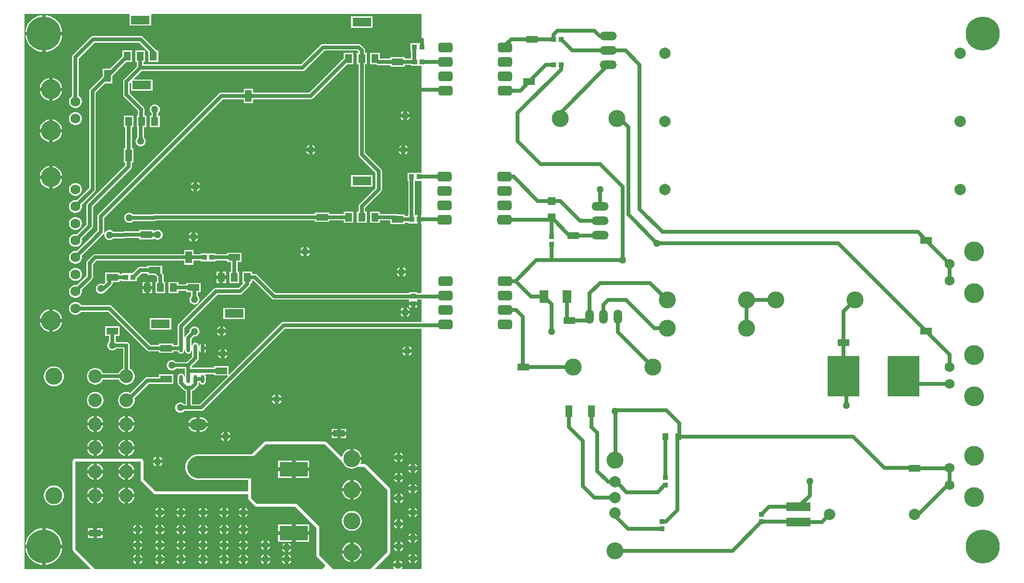
<source format=gtl>
G04*
G04 #@! TF.GenerationSoftware,Altium Limited,Altium Designer,18.1.9 (240)*
G04*
G04 Layer_Physical_Order=1*
G04 Layer_Color=255*
%FSLAX44Y44*%
%MOMM*%
G71*
G01*
G75*
%ADD20R,2.0500X1.1500*%
%ADD21R,1.1500X2.0500*%
%ADD22R,0.9500X0.8500*%
%ADD23R,4.3000X1.6000*%
%ADD24R,0.8500X0.9500*%
%ADD25R,5.0000X2.5000*%
G04:AMPARAMS|DCode=26|XSize=2.52mm|YSize=1.75mm|CornerRadius=0.4375mm|HoleSize=0mm|Usage=FLASHONLY|Rotation=180.000|XOffset=0mm|YOffset=0mm|HoleType=Round|Shape=RoundedRectangle|*
%AMROUNDEDRECTD26*
21,1,2.5200,0.8750,0,0,180.0*
21,1,1.6450,1.7500,0,0,180.0*
1,1,0.8750,-0.8225,0.4375*
1,1,0.8750,0.8225,0.4375*
1,1,0.8750,0.8225,-0.4375*
1,1,0.8750,-0.8225,-0.4375*
%
%ADD26ROUNDEDRECTD26*%
%ADD27R,3.3000X1.5000*%
%ADD28R,1.2000X1.5000*%
%ADD29R,1.4500X1.3500*%
%ADD30R,1.1000X1.3000*%
%ADD31O,0.6000X1.4500*%
%ADD32R,5.6000X7.2300*%
%ADD33R,1.6000X2.2000*%
%ADD58C,0.6350*%
%ADD59C,4.0000*%
%ADD60C,2.0000*%
%ADD61C,3.0000*%
%ADD62C,1.7500*%
%ADD63C,3.5000*%
%ADD64C,2.4000*%
%ADD65O,1.5000X2.5000*%
%ADD66O,3.0000X1.5000*%
%ADD67O,3.0000X2.0000*%
%ADD68C,1.2700*%
%ADD69C,6.0000*%
G36*
X199712Y990000D02*
X200460Y989040D01*
X200460Y988730D01*
Y968960D01*
X238540D01*
Y988730D01*
X239289Y990000D01*
X715000Y990000D01*
Y938320D01*
X696050D01*
Y923740D01*
X697013D01*
Y912590D01*
X696710D01*
Y911127D01*
X685740D01*
Y913290D01*
X660160D01*
Y910827D01*
X641540D01*
Y921040D01*
X624460D01*
Y900960D01*
X634799D01*
X634880Y900880D01*
X636770Y899617D01*
X639000Y899173D01*
X660160D01*
Y896710D01*
X685740D01*
Y899473D01*
X696710D01*
Y898010D01*
X715000D01*
Y709510D01*
X691160D01*
Y694930D01*
X692123D01*
Y634580D01*
X691710D01*
Y633117D01*
X685740D01*
Y635580D01*
X672672D01*
X671470Y636383D01*
X669240Y636827D01*
X641540D01*
Y641040D01*
X624460D01*
Y620960D01*
X641540D01*
Y625173D01*
X660160D01*
Y619000D01*
X685740D01*
Y621463D01*
X691710D01*
Y620000D01*
X708325D01*
Y627290D01*
Y634580D01*
X703777D01*
Y694930D01*
X715000D01*
Y634580D01*
X714675D01*
Y627290D01*
Y620000D01*
X715000D01*
X715000Y497137D01*
X708130D01*
Y498290D01*
X693550D01*
Y497137D01*
X457799D01*
X425815Y529120D01*
X423925Y530383D01*
X421695Y530827D01*
X416540D01*
Y535040D01*
X399460D01*
Y514960D01*
X400060D01*
X400546Y513787D01*
X392586Y505827D01*
X352700D01*
X350470Y505383D01*
X348580Y504120D01*
X287210Y442750D01*
X285947Y440860D01*
X285503Y438630D01*
Y405737D01*
X277790D01*
Y408200D01*
X252210D01*
Y405737D01*
X237855D01*
X169471Y474120D01*
X167581Y475383D01*
X165351Y475827D01*
X114760D01*
X113052Y478052D01*
X110694Y479862D01*
X107947Y480999D01*
X105000Y481387D01*
X102053Y480999D01*
X99306Y479862D01*
X96948Y478052D01*
X95138Y475694D01*
X94001Y472947D01*
X93613Y470000D01*
X94001Y467053D01*
X95138Y464306D01*
X96948Y461948D01*
X99306Y460138D01*
X102053Y459001D01*
X105000Y458613D01*
X107947Y459001D01*
X110694Y460138D01*
X113052Y461948D01*
X114760Y464173D01*
X162938D01*
X231321Y395790D01*
X233211Y394527D01*
X235441Y394083D01*
X252210D01*
Y391620D01*
X277790D01*
Y394083D01*
X285995D01*
X286111Y393498D01*
X287336Y391666D01*
X289168Y390441D01*
X291330Y390011D01*
X293492Y390441D01*
X295324Y391666D01*
X296549Y393498D01*
X296978Y395660D01*
Y397682D01*
X298249Y398180D01*
X298382Y398037D01*
Y395660D01*
X298811Y393498D01*
X300036Y391666D01*
X301868Y390441D01*
X304030Y390011D01*
X306192Y390441D01*
X308024Y391666D01*
X309249Y393498D01*
X309633Y395431D01*
X310903Y395306D01*
Y384654D01*
X301616Y375367D01*
X281734D01*
X281340Y375880D01*
X279483Y377305D01*
X277321Y378201D01*
X275000Y378507D01*
X272679Y378201D01*
X270517Y377305D01*
X268660Y375880D01*
X267235Y374023D01*
X266339Y371861D01*
X266033Y369540D01*
X266339Y367219D01*
X267235Y365057D01*
X268660Y363200D01*
X270517Y361775D01*
X272679Y360879D01*
X275000Y360573D01*
X277321Y360879D01*
X279483Y361775D01*
X281340Y363200D01*
X281734Y363713D01*
X298203D01*
Y350014D01*
X296933Y349889D01*
X296549Y351822D01*
X295324Y353654D01*
X293492Y354879D01*
X291330Y355308D01*
X289168Y354879D01*
X287336Y353654D01*
X286111Y351822D01*
X285681Y349660D01*
Y346307D01*
X285503Y345410D01*
Y338670D01*
X285947Y336440D01*
X287210Y334550D01*
X295880Y325880D01*
X297770Y324617D01*
X299288Y324315D01*
Y300827D01*
X296734D01*
X296340Y301340D01*
X294483Y302765D01*
X292321Y303661D01*
X290000Y303967D01*
X287679Y303661D01*
X285517Y302765D01*
X283660Y301340D01*
X282235Y299483D01*
X281339Y297321D01*
X281033Y295000D01*
X281339Y292679D01*
X282235Y290517D01*
X283660Y288660D01*
X285517Y287235D01*
X287679Y286339D01*
X290000Y286033D01*
X292321Y286339D01*
X294483Y287235D01*
X296340Y288660D01*
X296734Y289173D01*
X326695D01*
X328925Y289617D01*
X330815Y290880D01*
X474469Y434533D01*
X715000D01*
Y10000D01*
X680867D01*
X680241Y11270D01*
X681265Y12605D01*
X681807Y13913D01*
X665193D01*
X665735Y12605D01*
X666759Y11270D01*
X666133Y10000D01*
X633869D01*
X633383Y11173D01*
X658605Y36395D01*
X659710Y38049D01*
X660098Y40000D01*
Y150000D01*
X659710Y151951D01*
X658605Y153605D01*
X618605Y193605D01*
X616951Y194710D01*
X615000Y195098D01*
X608536D01*
X607775Y196368D01*
X608783Y198255D01*
X609786Y201562D01*
X609812Y201825D01*
X592500D01*
Y205000D01*
X589325D01*
Y222312D01*
X589062Y222286D01*
X585755Y221283D01*
X582708Y219655D01*
X580037Y217463D01*
X577845Y214792D01*
X576217Y211745D01*
X575296Y208710D01*
X574064Y208146D01*
X548605Y233605D01*
X546951Y234710D01*
X545000Y235098D01*
X440000D01*
X438049Y234710D01*
X436395Y233605D01*
X415439Y212649D01*
X321270D01*
X316851Y212214D01*
X312603Y210925D01*
X308687Y208832D01*
X305255Y206015D01*
X302438Y202583D01*
X300345Y198667D01*
X299056Y194419D01*
X298621Y190000D01*
X299056Y185581D01*
X300345Y181333D01*
X302438Y177417D01*
X305255Y173985D01*
X308687Y171168D01*
X312603Y169075D01*
X316851Y167786D01*
X321270Y167351D01*
X409902D01*
Y147363D01*
X246501D01*
X225098Y168766D01*
X225098Y200000D01*
X224710Y201951D01*
X223605Y203605D01*
X221951Y204710D01*
X220000Y205098D01*
X105000Y205098D01*
X103049Y204710D01*
X101395Y203605D01*
X100290Y201951D01*
X99902Y200000D01*
Y145000D01*
Y45000D01*
X100290Y43049D01*
X101395Y41395D01*
X131617Y11173D01*
X131131Y10000D01*
X15000D01*
Y990000D01*
X199712D01*
D02*
G37*
G36*
X451265Y487190D02*
X453155Y485927D01*
X455385Y485483D01*
X693550D01*
Y481675D01*
X700840D01*
X708130D01*
Y485483D01*
X715000D01*
Y446187D01*
X472055D01*
X469825Y445743D01*
X467935Y444480D01*
X376060Y352606D01*
X374790Y353132D01*
Y368290D01*
X349210D01*
Y365827D01*
X309857D01*
Y367126D01*
X320850Y378120D01*
X322113Y380010D01*
X322557Y382240D01*
Y395306D01*
X323827Y395431D01*
X324211Y393498D01*
X325436Y391666D01*
X326255Y391119D01*
Y399910D01*
Y408701D01*
X325436Y408154D01*
X324211Y406322D01*
X323782Y404160D01*
Y401726D01*
X322511Y401247D01*
X322379Y401398D01*
Y404160D01*
X321949Y406322D01*
X320724Y408154D01*
X318892Y409379D01*
X316730Y409809D01*
X314568Y409379D01*
X312736Y408154D01*
X311511Y406322D01*
X311127Y404389D01*
X309857Y404514D01*
Y415937D01*
X314384Y420464D01*
X315026Y420379D01*
X317347Y420685D01*
X319509Y421581D01*
X321366Y423006D01*
X322791Y424863D01*
X323687Y427025D01*
X323993Y429346D01*
X323687Y431667D01*
X322791Y433829D01*
X321366Y435686D01*
X319509Y437111D01*
X317347Y438007D01*
X315026Y438313D01*
X312705Y438007D01*
X310543Y437111D01*
X308685Y435686D01*
X307260Y433829D01*
X306365Y431667D01*
X306059Y429346D01*
X306144Y428704D01*
X299910Y422470D01*
X298647Y420580D01*
X298427Y419476D01*
X297157Y419601D01*
Y436216D01*
X355114Y494173D01*
X395000D01*
X397230Y494617D01*
X399120Y495880D01*
X412120Y508880D01*
X413383Y510770D01*
X413827Y513000D01*
Y514960D01*
X416540D01*
Y519173D01*
X419281D01*
X451265Y487190D01*
D02*
G37*
G36*
X349210Y351710D02*
X373368D01*
X373894Y350440D01*
X324281Y300827D01*
X310942D01*
Y324315D01*
X312460Y324617D01*
X314350Y325880D01*
X320850Y332380D01*
X322113Y334270D01*
X322557Y336500D01*
Y339583D01*
X324095D01*
X324211Y338998D01*
X325436Y337166D01*
X327268Y335941D01*
X329430Y335512D01*
X331592Y335941D01*
X333424Y337166D01*
X334649Y338998D01*
X335079Y341160D01*
Y344513D01*
X335257Y345410D01*
X335079Y346307D01*
Y349660D01*
X334649Y351822D01*
X333926Y352903D01*
X334605Y354173D01*
X349210D01*
Y351710D01*
D02*
G37*
G36*
X220000Y200000D02*
X220000Y166654D01*
X244390Y142265D01*
X409902D01*
Y135000D01*
X410290Y133049D01*
X411395Y131395D01*
X421395Y121395D01*
X423049Y120290D01*
X425000Y119902D01*
X492888D01*
X529902Y82888D01*
X529902Y35000D01*
D01*
Y35000D01*
X530290Y33049D01*
X531395Y31395D01*
X545000Y17790D01*
Y15000D01*
X540000Y10000D01*
X140000D01*
X105000Y45000D01*
Y145000D01*
Y200000D01*
X220000Y200000D01*
D02*
G37*
G36*
X575987Y199013D02*
X576217Y198255D01*
X577845Y195208D01*
X580037Y192537D01*
X582708Y190345D01*
X585755Y188717D01*
X589062Y187714D01*
X592500Y187375D01*
X595938Y187714D01*
X599245Y188717D01*
X601646Y190000D01*
X615000D01*
X655000Y150000D01*
Y40000D01*
X625000Y10000D01*
X560000Y10000D01*
X535000Y35000D01*
X535000Y85000D01*
X495000Y125000D01*
X425000D01*
X415000Y135000D01*
Y205000D01*
X440000Y230000D01*
X545000D01*
X575987Y199013D01*
D02*
G37*
%LPC*%
G36*
X629040Y985040D02*
X590960D01*
Y964960D01*
X629040D01*
Y985040D01*
D02*
G37*
G36*
X52550Y987391D02*
Y958175D01*
X81766D01*
X81614Y960106D01*
X80418Y965087D01*
X78458Y969818D01*
X75782Y974186D01*
X72456Y978080D01*
X68561Y981407D01*
X64194Y984083D01*
X59462Y986043D01*
X54481Y987239D01*
X52550Y987391D01*
D02*
G37*
G36*
X46200D02*
X44269Y987239D01*
X39289Y986043D01*
X34557Y984083D01*
X30189Y981407D01*
X26295Y978080D01*
X22968Y974186D01*
X20292Y969818D01*
X18332Y965087D01*
X17136Y960106D01*
X16984Y958175D01*
X46200D01*
Y987391D01*
D02*
G37*
G36*
X81766Y951825D02*
X52550D01*
Y922609D01*
X54481Y922761D01*
X59462Y923957D01*
X64194Y925917D01*
X68561Y928593D01*
X72456Y931920D01*
X75782Y935814D01*
X78458Y940182D01*
X80418Y944913D01*
X81614Y949894D01*
X81766Y951825D01*
D02*
G37*
G36*
X46200D02*
X16984D01*
X17136Y949894D01*
X18332Y944913D01*
X20292Y940182D01*
X22968Y935814D01*
X26295Y931920D01*
X30189Y928593D01*
X34557Y925917D01*
X39289Y923957D01*
X44269Y922761D01*
X46200Y922609D01*
Y951825D01*
D02*
G37*
G36*
X220000Y950827D02*
X136614D01*
X134384Y950383D01*
X132494Y949120D01*
X100880Y917506D01*
X99617Y915616D01*
X99173Y913386D01*
Y844760D01*
X96948Y843052D01*
X95138Y840694D01*
X94001Y837947D01*
X93613Y835000D01*
X94001Y832053D01*
X95138Y829306D01*
X96948Y826948D01*
X99306Y825138D01*
X102053Y824001D01*
X105000Y823613D01*
X107947Y824001D01*
X110694Y825138D01*
X113052Y826948D01*
X114862Y829306D01*
X115999Y832053D01*
X116387Y835000D01*
X115999Y837947D01*
X114862Y840694D01*
X113052Y843052D01*
X110827Y844760D01*
Y910972D01*
X139028Y939173D01*
X217586D01*
X233960Y922799D01*
Y904960D01*
X251040D01*
Y925040D01*
X247676D01*
X246620Y926620D01*
X224120Y949120D01*
X222230Y950383D01*
X220000Y950827D01*
D02*
G37*
G36*
X604270Y936557D02*
X541784D01*
X539554Y936113D01*
X537664Y934850D01*
X503140Y900327D01*
X225327D01*
Y904960D01*
X228040D01*
Y925040D01*
X210960D01*
Y904960D01*
X213673D01*
Y896914D01*
X190880Y874120D01*
X189617Y872230D01*
X189173Y870000D01*
Y847000D01*
X189617Y844770D01*
X190880Y842880D01*
X215173Y818586D01*
Y810040D01*
X213460D01*
Y789960D01*
X214173D01*
Y771734D01*
X213660Y771340D01*
X212235Y769483D01*
X211339Y767321D01*
X211033Y765000D01*
X211339Y762679D01*
X212235Y760517D01*
X213660Y758660D01*
X215517Y757235D01*
X217679Y756339D01*
X220000Y756033D01*
X222321Y756339D01*
X224483Y757235D01*
X226340Y758660D01*
X227765Y760517D01*
X228661Y762679D01*
X228967Y765000D01*
X228661Y767321D01*
X227765Y769483D01*
X226340Y771340D01*
X225827Y771734D01*
Y789960D01*
X230540D01*
Y810040D01*
X226827D01*
Y821000D01*
X226383Y823230D01*
X225120Y825120D01*
X200827Y849414D01*
Y867586D01*
X201787Y868546D01*
X202960Y868060D01*
Y853960D01*
X241040D01*
Y874040D01*
X208940D01*
X208454Y875213D01*
X221914Y888673D01*
X505554D01*
X507784Y889117D01*
X509674Y890380D01*
X544198Y924903D01*
X601856D01*
X604173Y922586D01*
Y921040D01*
X601460D01*
Y900960D01*
X604173D01*
Y741710D01*
X604617Y739480D01*
X605880Y737590D01*
X634173Y709296D01*
Y682414D01*
X605880Y654120D01*
X604617Y652230D01*
X604173Y650000D01*
Y641040D01*
X601460D01*
Y620960D01*
X618540D01*
Y641040D01*
X615827D01*
Y647586D01*
X644120Y675880D01*
X645383Y677770D01*
X645827Y680000D01*
Y711710D01*
X645383Y713940D01*
X644120Y715830D01*
X615827Y744124D01*
Y900960D01*
X618540D01*
Y921040D01*
X615827D01*
Y925000D01*
X615383Y927230D01*
X614120Y929120D01*
X608390Y934850D01*
X606500Y936113D01*
X604270Y936557D01*
D02*
G37*
G36*
X64975Y876324D02*
Y859675D01*
X81624D01*
X81550Y860428D01*
X80404Y864206D01*
X78543Y867688D01*
X76039Y870739D01*
X72987Y873243D01*
X69506Y875104D01*
X65729Y876250D01*
X64975Y876324D01*
D02*
G37*
G36*
X58625D02*
X57871Y876250D01*
X54094Y875104D01*
X50613Y873243D01*
X47561Y870739D01*
X45057Y867688D01*
X43196Y864206D01*
X42050Y860428D01*
X41976Y859675D01*
X58625D01*
Y876324D01*
D02*
G37*
G36*
X595540Y921040D02*
X578460D01*
Y911701D01*
X517586Y850827D01*
X418290D01*
Y857790D01*
X401710D01*
Y850827D01*
X362470D01*
X360240Y850383D01*
X358350Y849120D01*
X145880Y636650D01*
X144617Y634760D01*
X144173Y632530D01*
Y607414D01*
X130880Y594120D01*
X130880Y594120D01*
X107781Y571021D01*
X105000Y571387D01*
X102053Y570999D01*
X99306Y569862D01*
X96948Y568052D01*
X95138Y565694D01*
X94001Y562947D01*
X93613Y560000D01*
X94001Y557053D01*
X95138Y554306D01*
X96948Y551948D01*
X99306Y550138D01*
X102053Y549001D01*
X105000Y548613D01*
X107947Y549001D01*
X110694Y550138D01*
X113052Y551948D01*
X114862Y554306D01*
X115999Y557053D01*
X116387Y560000D01*
X116021Y562781D01*
X139120Y585880D01*
X139120Y585880D01*
X154120Y600880D01*
X154886Y602025D01*
X155206Y602505D01*
X156339Y601921D01*
X156284Y601502D01*
X156033Y599600D01*
X156339Y597279D01*
X157235Y595117D01*
X158660Y593260D01*
X160517Y591835D01*
X162679Y590939D01*
X165000Y590633D01*
X167321Y590939D01*
X169483Y591835D01*
X171340Y593260D01*
X171734Y593773D01*
X190850D01*
X192861Y594173D01*
X217210D01*
Y591710D01*
X242790D01*
Y592807D01*
X242812Y592828D01*
X244060Y593352D01*
X245517Y592235D01*
X247679Y591339D01*
X250000Y591033D01*
X252321Y591339D01*
X254483Y592235D01*
X256340Y593660D01*
X257765Y595517D01*
X258661Y597679D01*
X258967Y600000D01*
X258661Y602321D01*
X257765Y604483D01*
X256340Y606340D01*
X254483Y607765D01*
X252321Y608661D01*
X250000Y608967D01*
X247679Y608661D01*
X245517Y607765D01*
X244060Y606648D01*
X242812Y607172D01*
X242790Y607193D01*
Y608290D01*
X217210D01*
Y605827D01*
X191250D01*
X189239Y605427D01*
X171734D01*
X171340Y605940D01*
X169483Y607365D01*
X167321Y608261D01*
X165000Y608567D01*
X162679Y608261D01*
X160517Y607365D01*
X158660Y605940D01*
X157235Y604083D01*
X156667Y602713D01*
X155446Y603083D01*
X155559Y603653D01*
X155827Y605000D01*
Y630116D01*
X364884Y839173D01*
X401710D01*
Y832210D01*
X418290D01*
Y839173D01*
X520000D01*
X522230Y839617D01*
X524120Y840880D01*
X584201Y900960D01*
X595540D01*
Y921040D01*
D02*
G37*
G36*
X81624Y853325D02*
X64975D01*
Y836676D01*
X65729Y836750D01*
X69506Y837896D01*
X72987Y839757D01*
X76039Y842261D01*
X78543Y845312D01*
X80404Y848794D01*
X81550Y852571D01*
X81624Y853325D01*
D02*
G37*
G36*
X58625D02*
X41976D01*
X42050Y852571D01*
X43196Y848794D01*
X45057Y845312D01*
X47561Y842261D01*
X50613Y839757D01*
X54094Y837896D01*
X57871Y836750D01*
X58625Y836676D01*
Y853325D01*
D02*
G37*
G36*
X689675Y818307D02*
Y813175D01*
X694807D01*
X694265Y814483D01*
X692840Y816340D01*
X690983Y817765D01*
X689675Y818307D01*
D02*
G37*
G36*
X683325D02*
X682017Y817765D01*
X680160Y816340D01*
X678735Y814483D01*
X678193Y813175D01*
X683325D01*
Y818307D01*
D02*
G37*
G36*
X694807Y806825D02*
X689675D01*
Y801693D01*
X690983Y802235D01*
X692840Y803660D01*
X694265Y805517D01*
X694807Y806825D01*
D02*
G37*
G36*
X683325D02*
X678193D01*
X678735Y805517D01*
X680160Y803660D01*
X682017Y802235D01*
X683325Y801693D01*
Y806825D01*
D02*
G37*
G36*
X105000Y816387D02*
X102053Y815999D01*
X99306Y814862D01*
X96948Y813052D01*
X95138Y810694D01*
X94001Y807947D01*
X93613Y805000D01*
X94001Y802053D01*
X95138Y799306D01*
X96948Y796948D01*
X99306Y795138D01*
X102053Y794001D01*
X105000Y793613D01*
X107947Y794001D01*
X110694Y795138D01*
X113052Y796948D01*
X114862Y799306D01*
X115999Y802053D01*
X116387Y805000D01*
X115999Y807947D01*
X114862Y810694D01*
X113052Y813052D01*
X110694Y814862D01*
X107947Y815999D01*
X105000Y816387D01*
D02*
G37*
G36*
X245000Y829967D02*
X242679Y829661D01*
X240517Y828765D01*
X238660Y827340D01*
X237235Y825483D01*
X236339Y823321D01*
X236033Y821000D01*
X236339Y818679D01*
X237235Y816517D01*
X238660Y814660D01*
X239173Y814266D01*
Y810040D01*
X236460D01*
Y789960D01*
X253540D01*
Y810040D01*
X250827D01*
Y814266D01*
X251340Y814660D01*
X252765Y816517D01*
X253661Y818679D01*
X253967Y821000D01*
X253661Y823321D01*
X252765Y825483D01*
X251340Y827340D01*
X249483Y828765D01*
X247321Y829661D01*
X245000Y829967D01*
D02*
G37*
G36*
X64975Y803324D02*
Y786675D01*
X81624D01*
X81550Y787429D01*
X80404Y791206D01*
X78543Y794688D01*
X76039Y797739D01*
X72987Y800243D01*
X69506Y802104D01*
X65729Y803250D01*
X64975Y803324D01*
D02*
G37*
G36*
X58625D02*
X57871Y803250D01*
X54094Y802104D01*
X50613Y800243D01*
X47561Y797739D01*
X45057Y794688D01*
X43196Y791206D01*
X42050Y787429D01*
X41976Y786675D01*
X58625D01*
Y803324D01*
D02*
G37*
G36*
X81624Y780325D02*
X64975D01*
Y763676D01*
X65729Y763750D01*
X69506Y764896D01*
X72987Y766757D01*
X76039Y769261D01*
X78543Y772312D01*
X80404Y775794D01*
X81550Y779572D01*
X81624Y780325D01*
D02*
G37*
G36*
X58625D02*
X41976D01*
X42050Y779572D01*
X43196Y775794D01*
X45057Y772312D01*
X47561Y769261D01*
X50613Y766757D01*
X54094Y764896D01*
X57871Y763750D01*
X58625Y763676D01*
Y780325D01*
D02*
G37*
G36*
X686500Y758307D02*
Y753175D01*
X691632D01*
X691090Y754483D01*
X689665Y756340D01*
X687808Y757765D01*
X686500Y758307D01*
D02*
G37*
G36*
X680150D02*
X678842Y757765D01*
X676985Y756340D01*
X675560Y754483D01*
X675018Y753175D01*
X680150D01*
Y758307D01*
D02*
G37*
G36*
X523175D02*
Y753175D01*
X528307D01*
X527765Y754483D01*
X526340Y756340D01*
X524483Y757765D01*
X523175Y758307D01*
D02*
G37*
G36*
X516825D02*
X515517Y757765D01*
X513660Y756340D01*
X512235Y754483D01*
X511693Y753175D01*
X516825D01*
Y758307D01*
D02*
G37*
G36*
X691632Y746825D02*
X686500D01*
Y741693D01*
X687808Y742235D01*
X689665Y743660D01*
X691090Y745517D01*
X691632Y746825D01*
D02*
G37*
G36*
X680150D02*
X675018D01*
X675560Y745517D01*
X676985Y743660D01*
X678842Y742235D01*
X680150Y741693D01*
Y746825D01*
D02*
G37*
G36*
X528307D02*
X523175D01*
Y741693D01*
X524483Y742235D01*
X526340Y743660D01*
X527765Y745517D01*
X528307Y746825D01*
D02*
G37*
G36*
X516825D02*
X511693D01*
X512235Y745517D01*
X513660Y743660D01*
X515517Y742235D01*
X516825Y741693D01*
Y746825D01*
D02*
G37*
G36*
X64975Y721324D02*
Y704675D01*
X81624D01*
X81550Y705428D01*
X80404Y709206D01*
X78543Y712688D01*
X76039Y715739D01*
X72987Y718243D01*
X69506Y720104D01*
X65729Y721250D01*
X64975Y721324D01*
D02*
G37*
G36*
X58625D02*
X57871Y721250D01*
X54094Y720104D01*
X50613Y718243D01*
X47561Y715739D01*
X45057Y712688D01*
X43196Y709206D01*
X42050Y705428D01*
X41976Y704675D01*
X58625D01*
Y721324D01*
D02*
G37*
G36*
X319905Y693307D02*
Y688175D01*
X325037D01*
X324495Y689483D01*
X323070Y691340D01*
X321213Y692765D01*
X319905Y693307D01*
D02*
G37*
G36*
X313555D02*
X312247Y692765D01*
X310390Y691340D01*
X308965Y689483D01*
X308423Y688175D01*
X313555D01*
Y693307D01*
D02*
G37*
G36*
X629040Y705040D02*
X590960D01*
Y684960D01*
X629040D01*
Y705040D01*
D02*
G37*
G36*
X81624Y698325D02*
X64975D01*
Y681676D01*
X65729Y681750D01*
X69506Y682896D01*
X72987Y684757D01*
X76039Y687261D01*
X78543Y690312D01*
X80404Y693794D01*
X81550Y697571D01*
X81624Y698325D01*
D02*
G37*
G36*
X58625D02*
X41976D01*
X42050Y697571D01*
X43196Y693794D01*
X45057Y690312D01*
X47561Y687261D01*
X50613Y684757D01*
X54094Y682896D01*
X57871Y681750D01*
X58625Y681676D01*
Y698325D01*
D02*
G37*
G36*
X325037Y681825D02*
X319905D01*
Y676693D01*
X321213Y677235D01*
X323070Y678660D01*
X324495Y680517D01*
X325037Y681825D01*
D02*
G37*
G36*
X313555D02*
X308423D01*
X308965Y680517D01*
X310390Y678660D01*
X312247Y677235D01*
X313555Y676693D01*
Y681825D01*
D02*
G37*
G36*
X105000Y691387D02*
X102053Y690999D01*
X99306Y689862D01*
X96948Y688052D01*
X95138Y685694D01*
X94001Y682947D01*
X93613Y680000D01*
X94001Y677053D01*
X95138Y674306D01*
X96948Y671948D01*
X99306Y670138D01*
X102053Y669001D01*
X105000Y668613D01*
X107947Y669001D01*
X110694Y670138D01*
X113052Y671948D01*
X114862Y674306D01*
X115999Y677053D01*
X116387Y680000D01*
X115999Y682947D01*
X114862Y685694D01*
X113052Y688052D01*
X110694Y689862D01*
X107947Y690999D01*
X105000Y691387D01*
D02*
G37*
G36*
X205040Y925040D02*
X187960D01*
Y914701D01*
X166049Y892790D01*
X153210D01*
Y879951D01*
X130880Y857620D01*
X129617Y855730D01*
X129173Y853500D01*
Y690000D01*
Y682414D01*
X107781Y661021D01*
X105000Y661387D01*
X102053Y660999D01*
X99306Y659862D01*
X96948Y658052D01*
X95138Y655694D01*
X94001Y652947D01*
X93613Y650000D01*
X94001Y647053D01*
X95138Y644306D01*
X96948Y641948D01*
X99306Y640138D01*
X102053Y639001D01*
X105000Y638613D01*
X107947Y639001D01*
X110694Y640138D01*
X113052Y641948D01*
X114862Y644306D01*
X115999Y647053D01*
X116387Y650000D01*
X116021Y652781D01*
X139120Y675880D01*
X140383Y677770D01*
X140827Y680000D01*
Y690000D01*
Y851086D01*
X156951Y867210D01*
X169790D01*
Y880049D01*
X194701Y904960D01*
X205040D01*
Y925040D01*
D02*
G37*
G36*
X595540Y641040D02*
X578460D01*
Y636827D01*
X552790D01*
Y639290D01*
X527210D01*
Y636827D01*
X245000D01*
X242770Y636383D01*
X241937Y635827D01*
X206734D01*
X206340Y636340D01*
X204483Y637765D01*
X202321Y638661D01*
X200000Y638967D01*
X197679Y638661D01*
X195517Y637765D01*
X193660Y636340D01*
X192235Y634483D01*
X191339Y632321D01*
X191033Y630000D01*
X191339Y627679D01*
X192235Y625517D01*
X193660Y623660D01*
X195517Y622235D01*
X197679Y621339D01*
X200000Y621033D01*
X202321Y621339D01*
X204483Y622235D01*
X206340Y623660D01*
X206734Y624173D01*
X244000D01*
X246230Y624617D01*
X247063Y625173D01*
X527210D01*
Y622710D01*
X552790D01*
Y625173D01*
X578460D01*
Y620960D01*
X595540D01*
Y641040D01*
D02*
G37*
G36*
X105000Y631387D02*
X102053Y630999D01*
X99306Y629862D01*
X96948Y628052D01*
X95138Y625694D01*
X94001Y622947D01*
X93613Y620000D01*
X94001Y617053D01*
X95138Y614306D01*
X96948Y611948D01*
X99306Y610138D01*
X102053Y609001D01*
X105000Y608613D01*
X107947Y609001D01*
X110694Y610138D01*
X113052Y611948D01*
X114862Y614306D01*
X115999Y617053D01*
X116387Y620000D01*
X115999Y622947D01*
X114862Y625694D01*
X113052Y628052D01*
X110694Y629862D01*
X107947Y630999D01*
X105000Y631387D01*
D02*
G37*
G36*
X207540Y810040D02*
X190460D01*
Y789960D01*
X193173D01*
Y752790D01*
X190710D01*
Y727210D01*
X193173D01*
Y722914D01*
X125880Y655620D01*
X124617Y653730D01*
X124173Y651500D01*
Y635000D01*
Y617414D01*
X107781Y601021D01*
X105000Y601387D01*
X102053Y600999D01*
X99306Y599862D01*
X96948Y598052D01*
X95138Y595694D01*
X94001Y592947D01*
X93613Y590000D01*
X94001Y587053D01*
X95138Y584306D01*
X96948Y581948D01*
X99306Y580138D01*
X102053Y579001D01*
X105000Y578613D01*
X107947Y579001D01*
X110694Y580138D01*
X113052Y581948D01*
X114862Y584306D01*
X115999Y587053D01*
X116387Y590000D01*
X116021Y592781D01*
X134120Y610880D01*
X135383Y612770D01*
X135827Y615000D01*
Y635000D01*
Y649086D01*
X203120Y716380D01*
X204383Y718270D01*
X204827Y720500D01*
Y727210D01*
X207290D01*
Y752790D01*
X204827D01*
Y789960D01*
X207540D01*
Y810040D01*
D02*
G37*
G36*
X316172Y604807D02*
Y599675D01*
X321304D01*
X320762Y600983D01*
X319337Y602840D01*
X317480Y604265D01*
X316172Y604807D01*
D02*
G37*
G36*
X309822D02*
X308513Y604265D01*
X306656Y602840D01*
X305231Y600983D01*
X304689Y599675D01*
X309822D01*
Y604807D01*
D02*
G37*
G36*
X321304Y593325D02*
X316172D01*
Y588193D01*
X317480Y588735D01*
X319337Y590160D01*
X320762Y592017D01*
X321304Y593325D01*
D02*
G37*
G36*
X309822D02*
X304689D01*
X305231Y592017D01*
X306656Y590160D01*
X308513Y588735D01*
X309822Y588193D01*
Y593325D01*
D02*
G37*
G36*
X513175Y578537D02*
Y573405D01*
X518307D01*
X517765Y574713D01*
X516340Y576570D01*
X514483Y577995D01*
X513175Y578537D01*
D02*
G37*
G36*
X506825D02*
X505517Y577995D01*
X503660Y576570D01*
X502235Y574713D01*
X501693Y573405D01*
X506825D01*
Y578537D01*
D02*
G37*
G36*
X518307Y567055D02*
X513175D01*
Y561923D01*
X514483Y562465D01*
X516340Y563890D01*
X517765Y565747D01*
X518307Y567055D01*
D02*
G37*
G36*
X506825D02*
X501693D01*
X502235Y565747D01*
X503660Y563890D01*
X505517Y562465D01*
X506825Y561923D01*
Y567055D01*
D02*
G37*
G36*
X683175Y542837D02*
Y537705D01*
X688307D01*
X687765Y539013D01*
X686340Y540870D01*
X684483Y542295D01*
X683175Y542837D01*
D02*
G37*
G36*
X676825D02*
X675517Y542295D01*
X673660Y540870D01*
X672235Y539013D01*
X671693Y537705D01*
X676825D01*
Y542837D01*
D02*
G37*
G36*
X257790Y545524D02*
X232210D01*
Y543061D01*
X219084D01*
X216855Y542617D01*
X214964Y541354D01*
X205900Y532290D01*
X187060D01*
Y530827D01*
X182790D01*
Y533290D01*
X157210D01*
Y516710D01*
X157210D01*
X157579Y515819D01*
X154507Y512747D01*
X154483Y512765D01*
X152321Y513661D01*
X150000Y513967D01*
X147679Y513661D01*
X145517Y512765D01*
X143660Y511340D01*
X142235Y509483D01*
X141339Y507321D01*
X141033Y505000D01*
X141339Y502679D01*
X142235Y500517D01*
X143660Y498660D01*
X145517Y497235D01*
X147679Y496339D01*
X150000Y496033D01*
X152321Y496339D01*
X154483Y497235D01*
X156340Y498660D01*
X157047Y499580D01*
X157230Y499617D01*
X159120Y500880D01*
X169120Y510880D01*
X170383Y512770D01*
X170827Y515000D01*
Y516710D01*
X182790D01*
Y519173D01*
X187060D01*
Y517710D01*
X213640D01*
Y523549D01*
X221498Y531407D01*
X232210D01*
Y528944D01*
X245049D01*
X249173Y524820D01*
Y516735D01*
X246460D01*
Y496655D01*
X263540D01*
Y516735D01*
X260827D01*
Y527234D01*
X260383Y529464D01*
X259120Y531354D01*
X257790Y532685D01*
Y545524D01*
D02*
G37*
G36*
X370540Y535040D02*
X365175D01*
Y528175D01*
X370540D01*
Y535040D01*
D02*
G37*
G36*
X358825D02*
X353460D01*
Y528175D01*
X358825D01*
Y535040D01*
D02*
G37*
G36*
X688307Y531355D02*
X683175D01*
Y526223D01*
X684483Y526765D01*
X686340Y528190D01*
X687765Y530047D01*
X688307Y531355D01*
D02*
G37*
G36*
X676825D02*
X671693D01*
X672235Y530047D01*
X673660Y528190D01*
X675517Y526765D01*
X676825Y526223D01*
Y531355D01*
D02*
G37*
G36*
X105000Y541387D02*
X102053Y540999D01*
X99306Y539862D01*
X96948Y538052D01*
X95138Y535694D01*
X94001Y532947D01*
X93613Y530000D01*
X94001Y527053D01*
X95138Y524306D01*
X96948Y521948D01*
X99306Y520138D01*
X102053Y519001D01*
X105000Y518613D01*
X107947Y519001D01*
X110694Y520138D01*
X113052Y521948D01*
X114862Y524306D01*
X115999Y527053D01*
X116387Y530000D01*
X115999Y532947D01*
X114862Y535694D01*
X113052Y538052D01*
X110694Y539862D01*
X107947Y540999D01*
X105000Y541387D01*
D02*
G37*
G36*
X313290Y572790D02*
X296710D01*
Y565827D01*
X140000D01*
X137770Y565383D01*
X135880Y564120D01*
X125880Y554120D01*
X124617Y552230D01*
X124173Y550000D01*
Y540000D01*
Y527414D01*
X107781Y511021D01*
X105000Y511387D01*
X102053Y510999D01*
X99306Y509862D01*
X96948Y508052D01*
X95138Y505694D01*
X94001Y502947D01*
X93613Y500000D01*
X94001Y497053D01*
X95138Y494306D01*
X96948Y491948D01*
X99306Y490138D01*
X102053Y489001D01*
X105000Y488613D01*
X107947Y489001D01*
X110694Y490138D01*
X113052Y491948D01*
X114862Y494306D01*
X115999Y497053D01*
X116387Y500000D01*
X116021Y502781D01*
X134120Y520880D01*
X135383Y522770D01*
X135827Y525000D01*
Y540000D01*
Y547586D01*
X142414Y554173D01*
X296710D01*
Y547210D01*
X313290D01*
Y554173D01*
X325800D01*
Y552710D01*
X352380D01*
Y554173D01*
X372210D01*
Y551710D01*
X379173D01*
Y535040D01*
X376460D01*
Y514960D01*
X393540D01*
Y535040D01*
X390827D01*
Y551710D01*
X397790D01*
Y568290D01*
X372210D01*
Y565827D01*
X352380D01*
Y567290D01*
X325800D01*
Y565827D01*
X313290D01*
Y572790D01*
D02*
G37*
G36*
X370540Y521825D02*
X365175D01*
Y514960D01*
X370540D01*
Y521825D01*
D02*
G37*
G36*
X358825D02*
X353460D01*
Y514960D01*
X358825D01*
Y521825D01*
D02*
G37*
G36*
X240540Y516735D02*
X235175D01*
Y509870D01*
X240540D01*
Y516735D01*
D02*
G37*
G36*
X228825D02*
X223460D01*
Y509870D01*
X228825D01*
Y516735D01*
D02*
G37*
G36*
X240540Y503520D02*
X235175D01*
Y496655D01*
X240540D01*
Y503520D01*
D02*
G37*
G36*
X228825D02*
X223460D01*
Y496655D01*
X228825D01*
Y503520D01*
D02*
G37*
G36*
X286540Y516735D02*
X269460D01*
Y496655D01*
X286540D01*
Y500868D01*
X300207D01*
Y498405D01*
X309199D01*
Y492385D01*
X308685Y491991D01*
X307260Y490134D01*
X306365Y487972D01*
X306059Y485651D01*
X306365Y483330D01*
X307260Y481168D01*
X308685Y479311D01*
X310543Y477886D01*
X312705Y476990D01*
X315026Y476684D01*
X317347Y476990D01*
X319509Y477886D01*
X321366Y479311D01*
X322791Y481168D01*
X323687Y483330D01*
X323993Y485651D01*
X323687Y487972D01*
X322791Y490134D01*
X321366Y491991D01*
X320853Y492385D01*
Y498405D01*
X325787D01*
Y514985D01*
X300207D01*
Y512522D01*
X286540D01*
Y516735D01*
D02*
G37*
G36*
X64975Y468324D02*
Y451675D01*
X81624D01*
X81550Y452429D01*
X80404Y456206D01*
X78543Y459688D01*
X76039Y462739D01*
X72987Y465243D01*
X69506Y467104D01*
X65729Y468250D01*
X64975Y468324D01*
D02*
G37*
G36*
X58625D02*
X57871Y468250D01*
X54094Y467104D01*
X50613Y465243D01*
X47561Y462739D01*
X45057Y459688D01*
X43196Y456206D01*
X42050Y452429D01*
X41976Y451675D01*
X58625D01*
Y468324D01*
D02*
G37*
G36*
X274040Y452735D02*
X235960D01*
Y432655D01*
X274040D01*
Y452735D01*
D02*
G37*
G36*
X81624Y445325D02*
X64975D01*
Y428676D01*
X65729Y428750D01*
X69506Y429896D01*
X72987Y431757D01*
X76039Y434261D01*
X78543Y437313D01*
X80404Y440794D01*
X81550Y444571D01*
X81624Y445325D01*
D02*
G37*
G36*
X58625D02*
X41976D01*
X42050Y444571D01*
X43196Y440794D01*
X45057Y437313D01*
X47561Y434261D01*
X50613Y431757D01*
X54094Y429896D01*
X57871Y428750D01*
X58625Y428676D01*
Y445325D01*
D02*
G37*
G36*
X693175Y403307D02*
Y398175D01*
X698307D01*
X697765Y399483D01*
X696340Y401340D01*
X694483Y402765D01*
X693175Y403307D01*
D02*
G37*
G36*
X686825D02*
X685517Y402765D01*
X683660Y401340D01*
X682235Y399483D01*
X681693Y398175D01*
X686825D01*
Y403307D01*
D02*
G37*
G36*
X698307Y391825D02*
X693175D01*
Y386693D01*
X694483Y387235D01*
X696340Y388660D01*
X697765Y390517D01*
X698307Y391825D01*
D02*
G37*
G36*
X686825D02*
X681693D01*
X682235Y390517D01*
X683660Y388660D01*
X685517Y387235D01*
X686825Y386693D01*
Y391825D01*
D02*
G37*
G36*
X182790Y438290D02*
X157210D01*
Y421710D01*
X164173D01*
Y411734D01*
X163660Y411340D01*
X162235Y409483D01*
X161339Y407321D01*
X161033Y405000D01*
X161339Y402679D01*
X162235Y400517D01*
X163660Y398660D01*
X165517Y397235D01*
X167679Y396339D01*
X170000Y396033D01*
X172321Y396339D01*
X174483Y397235D01*
X176340Y398660D01*
X176734Y399173D01*
X189173D01*
Y363324D01*
X187667Y362701D01*
X184630Y360370D01*
X182299Y357333D01*
X181676Y355827D01*
X153324D01*
X152701Y357333D01*
X150370Y360370D01*
X147333Y362701D01*
X143796Y364166D01*
X140000Y364665D01*
X136204Y364166D01*
X132667Y362701D01*
X129630Y360370D01*
X127299Y357333D01*
X125834Y353796D01*
X125335Y350000D01*
X125834Y346204D01*
X127299Y342667D01*
X129630Y339630D01*
X132667Y337299D01*
X136204Y335834D01*
X140000Y335335D01*
X143796Y335834D01*
X147333Y337299D01*
X150370Y339630D01*
X152701Y342667D01*
X153324Y344173D01*
X181676D01*
X182299Y342667D01*
X184630Y339630D01*
X187667Y337299D01*
X191204Y335834D01*
X195000Y335335D01*
X198796Y335834D01*
X202333Y337299D01*
X205370Y339630D01*
X207701Y342667D01*
X209166Y346204D01*
X209666Y350000D01*
X209166Y353796D01*
X207701Y357333D01*
X205370Y360370D01*
X202333Y362701D01*
X200827Y363324D01*
Y404400D01*
X200383Y406629D01*
X199120Y408520D01*
X198520Y409120D01*
X196630Y410383D01*
X194400Y410827D01*
X176734D01*
X176340Y411340D01*
X175827Y411734D01*
Y421710D01*
X182790D01*
Y438290D01*
D02*
G37*
G36*
X277790Y353700D02*
X252210D01*
Y348827D01*
X232195D01*
X229965Y348383D01*
X228074Y347120D01*
X201853Y320899D01*
X198796Y322166D01*
X195000Y322665D01*
X191204Y322166D01*
X187667Y320701D01*
X184630Y318370D01*
X182299Y315333D01*
X180834Y311796D01*
X180334Y308000D01*
X180834Y304204D01*
X182299Y300667D01*
X184630Y297630D01*
X187667Y295299D01*
X191204Y293834D01*
X195000Y293335D01*
X198796Y293834D01*
X202333Y295299D01*
X205370Y297630D01*
X207701Y300667D01*
X209166Y304204D01*
X209666Y308000D01*
X209173Y311738D01*
X234608Y337173D01*
X252210D01*
Y337120D01*
X277790D01*
Y353700D01*
D02*
G37*
G36*
X67000Y367625D02*
X63562Y367286D01*
X60255Y366283D01*
X57208Y364655D01*
X54537Y362463D01*
X52345Y359792D01*
X50717Y356745D01*
X49714Y353438D01*
X49375Y350000D01*
X49714Y346562D01*
X50717Y343255D01*
X52345Y340208D01*
X54537Y337537D01*
X57208Y335345D01*
X60255Y333717D01*
X63562Y332714D01*
X67000Y332375D01*
X70438Y332714D01*
X73745Y333717D01*
X76792Y335345D01*
X79463Y337537D01*
X81655Y340208D01*
X83283Y343255D01*
X84286Y346562D01*
X84625Y350000D01*
X84286Y353438D01*
X83283Y356745D01*
X81655Y359792D01*
X79463Y362463D01*
X76792Y364655D01*
X73745Y366283D01*
X70438Y367286D01*
X67000Y367625D01*
D02*
G37*
G36*
X463175Y318307D02*
Y313175D01*
X468307D01*
X467765Y314483D01*
X466340Y316340D01*
X464483Y317765D01*
X463175Y318307D01*
D02*
G37*
G36*
X456825D02*
X455517Y317765D01*
X453660Y316340D01*
X452235Y314483D01*
X451693Y313175D01*
X456825D01*
Y318307D01*
D02*
G37*
G36*
X468307Y306825D02*
X463175D01*
Y301693D01*
X464483Y302235D01*
X466340Y303660D01*
X467765Y305517D01*
X468307Y306825D01*
D02*
G37*
G36*
X456825D02*
X451693D01*
X452235Y305517D01*
X453660Y303660D01*
X455517Y302235D01*
X456825Y301693D01*
Y306825D01*
D02*
G37*
G36*
X140000Y322665D02*
X136204Y322166D01*
X132667Y320701D01*
X129630Y318370D01*
X127299Y315333D01*
X125834Y311796D01*
X125335Y308000D01*
X125834Y304204D01*
X127299Y300667D01*
X129630Y297630D01*
X132667Y295299D01*
X136204Y293834D01*
X140000Y293335D01*
X143796Y293834D01*
X147333Y295299D01*
X150370Y297630D01*
X152701Y300667D01*
X154166Y304204D01*
X154665Y308000D01*
X154166Y311796D01*
X152701Y315333D01*
X150370Y318370D01*
X147333Y320701D01*
X143796Y322166D01*
X140000Y322665D01*
D02*
G37*
G36*
X143175Y280247D02*
Y269175D01*
X154248D01*
X154166Y269796D01*
X152701Y273333D01*
X150370Y276370D01*
X147333Y278701D01*
X143796Y280166D01*
X143175Y280247D01*
D02*
G37*
G36*
X136825D02*
X136204Y280166D01*
X132667Y278701D01*
X129630Y276370D01*
X127299Y273333D01*
X125834Y269796D01*
X125752Y269175D01*
X136825D01*
Y280247D01*
D02*
G37*
G36*
X198175Y280247D02*
Y269175D01*
X209247D01*
X209166Y269796D01*
X207701Y273333D01*
X205370Y276370D01*
X202333Y278701D01*
X198796Y280166D01*
X198175Y280247D01*
D02*
G37*
G36*
X191825D02*
X191204Y280166D01*
X187667Y278701D01*
X184630Y276370D01*
X182299Y273333D01*
X180834Y269796D01*
X180753Y269175D01*
X191825D01*
Y280247D01*
D02*
G37*
G36*
X326270Y277648D02*
X324445D01*
Y268175D01*
X338500D01*
X338487Y268274D01*
X337224Y271324D01*
X335214Y273944D01*
X332594Y275954D01*
X329544Y277217D01*
X326270Y277648D01*
D02*
G37*
G36*
X318095D02*
X316270D01*
X312996Y277217D01*
X309946Y275954D01*
X307326Y273944D01*
X305316Y271324D01*
X304053Y268274D01*
X304040Y268175D01*
X318095D01*
Y277648D01*
D02*
G37*
G36*
X582790Y257690D02*
X573175D01*
Y252575D01*
X582790D01*
Y257690D01*
D02*
G37*
G36*
X566825D02*
X557210D01*
Y252575D01*
X566825D01*
Y257690D01*
D02*
G37*
G36*
X338500Y261825D02*
X324445D01*
Y252352D01*
X326270D01*
X329544Y252783D01*
X332594Y254046D01*
X335214Y256056D01*
X337224Y258676D01*
X338487Y261726D01*
X338500Y261825D01*
D02*
G37*
G36*
X318095D02*
X304040D01*
X304053Y261726D01*
X305316Y258676D01*
X307326Y256056D01*
X309946Y254046D01*
X312996Y252783D01*
X316270Y252352D01*
X318095D01*
Y261825D01*
D02*
G37*
G36*
X154248Y262825D02*
X143175D01*
Y251752D01*
X143796Y251834D01*
X147333Y253299D01*
X150370Y255630D01*
X152701Y258667D01*
X154166Y262204D01*
X154248Y262825D01*
D02*
G37*
G36*
X136825D02*
X125752D01*
X125834Y262204D01*
X127299Y258667D01*
X129630Y255630D01*
X132667Y253299D01*
X136204Y251834D01*
X136825Y251752D01*
Y262825D01*
D02*
G37*
G36*
X209247Y262825D02*
X198175D01*
Y251752D01*
X198796Y251834D01*
X202333Y253299D01*
X205370Y255630D01*
X207701Y258667D01*
X209166Y262204D01*
X209247Y262825D01*
D02*
G37*
G36*
X191825D02*
X180753D01*
X180834Y262204D01*
X182299Y258667D01*
X184630Y255630D01*
X187667Y253299D01*
X191204Y251834D01*
X191825Y251752D01*
Y262825D01*
D02*
G37*
G36*
X373175Y252512D02*
Y247379D01*
X378307D01*
X377765Y248688D01*
X376340Y250545D01*
X374483Y251970D01*
X373175Y252512D01*
D02*
G37*
G36*
X366825D02*
X365517Y251970D01*
X363660Y250545D01*
X362235Y248688D01*
X361693Y247379D01*
X366825D01*
Y252512D01*
D02*
G37*
G36*
X582790Y246225D02*
X573175D01*
Y241110D01*
X582790D01*
Y246225D01*
D02*
G37*
G36*
X566825D02*
X557210D01*
Y241110D01*
X566825D01*
Y246225D01*
D02*
G37*
G36*
X378307Y241029D02*
X373175D01*
Y235897D01*
X374483Y236439D01*
X376340Y237864D01*
X377765Y239721D01*
X378307Y241029D01*
D02*
G37*
G36*
X366825D02*
X361693D01*
X362235Y239721D01*
X363660Y237864D01*
X365517Y236439D01*
X366825Y235897D01*
Y241029D01*
D02*
G37*
G36*
X143175Y238248D02*
Y227175D01*
X154248D01*
X154166Y227796D01*
X152701Y231333D01*
X150370Y234370D01*
X147333Y236701D01*
X143796Y238166D01*
X143175Y238248D01*
D02*
G37*
G36*
X136825D02*
X136204Y238166D01*
X132667Y236701D01*
X129630Y234370D01*
X127299Y231333D01*
X125834Y227796D01*
X125752Y227175D01*
X136825D01*
Y238248D01*
D02*
G37*
G36*
X198175Y238248D02*
Y227175D01*
X209247D01*
X209166Y227796D01*
X207701Y231333D01*
X205370Y234370D01*
X202333Y236701D01*
X198796Y238166D01*
X198175Y238248D01*
D02*
G37*
G36*
X191825D02*
X191204Y238166D01*
X187667Y236701D01*
X184630Y234370D01*
X182299Y231333D01*
X180834Y227796D01*
X180753Y227175D01*
X191825D01*
Y238248D01*
D02*
G37*
G36*
X678175Y215492D02*
Y210360D01*
X683307D01*
X682765Y211668D01*
X681340Y213525D01*
X679483Y214950D01*
X678175Y215492D01*
D02*
G37*
G36*
X671825D02*
X670517Y214950D01*
X668660Y213525D01*
X667235Y211668D01*
X666693Y210360D01*
X671825D01*
Y215492D01*
D02*
G37*
G36*
X154248Y220825D02*
X143175D01*
Y209753D01*
X143796Y209834D01*
X147333Y211299D01*
X150370Y213630D01*
X152701Y216667D01*
X154166Y220204D01*
X154248Y220825D01*
D02*
G37*
G36*
X136825D02*
X125752D01*
X125834Y220204D01*
X127299Y216667D01*
X129630Y213630D01*
X132667Y211299D01*
X136204Y209834D01*
X136825Y209753D01*
Y220825D01*
D02*
G37*
G36*
X209247Y220825D02*
X198175D01*
Y209753D01*
X198796Y209834D01*
X202333Y211299D01*
X205370Y213630D01*
X207701Y216667D01*
X209166Y220204D01*
X209247Y220825D01*
D02*
G37*
G36*
X191825D02*
X180753D01*
X180834Y220204D01*
X182299Y216667D01*
X184630Y213630D01*
X187667Y211299D01*
X191204Y209834D01*
X191825Y209753D01*
Y220825D01*
D02*
G37*
G36*
X595675Y222312D02*
Y208175D01*
X609812D01*
X609786Y208438D01*
X608783Y211745D01*
X607155Y214792D01*
X604963Y217463D01*
X602292Y219655D01*
X599245Y221283D01*
X595938Y222286D01*
X595675Y222312D01*
D02*
G37*
G36*
X253175Y208307D02*
Y203175D01*
X258307D01*
X257765Y204483D01*
X256340Y206340D01*
X254483Y207765D01*
X253175Y208307D01*
D02*
G37*
G36*
X246825D02*
X245517Y207765D01*
X243660Y206340D01*
X242235Y204483D01*
X241693Y203175D01*
X246825D01*
Y208307D01*
D02*
G37*
G36*
X683307Y204010D02*
X678175D01*
Y198877D01*
X679483Y199419D01*
X681340Y200844D01*
X682765Y202701D01*
X683307Y204010D01*
D02*
G37*
G36*
X671825D02*
X666693D01*
X667235Y202701D01*
X668660Y200844D01*
X670517Y199419D01*
X671825Y198877D01*
Y204010D01*
D02*
G37*
G36*
X258307Y196825D02*
X253175D01*
Y191693D01*
X254483Y192235D01*
X256340Y193660D01*
X257765Y195517D01*
X258307Y196825D01*
D02*
G37*
G36*
X246825D02*
X241693D01*
X242235Y195517D01*
X243660Y193660D01*
X245517Y192235D01*
X246825Y191693D01*
Y196825D01*
D02*
G37*
G36*
X703175Y196285D02*
Y191152D01*
X708307D01*
X707765Y192461D01*
X706340Y194318D01*
X704483Y195743D01*
X703175Y196285D01*
D02*
G37*
G36*
X696825D02*
X695517Y195743D01*
X693660Y194318D01*
X692235Y192461D01*
X691693Y191152D01*
X696825D01*
Y196285D01*
D02*
G37*
G36*
X708307Y184802D02*
X703175D01*
Y179670D01*
X704483Y180212D01*
X706340Y181637D01*
X707765Y183494D01*
X708307Y184802D01*
D02*
G37*
G36*
X696825D02*
X691693D01*
X692235Y183494D01*
X693660Y181637D01*
X695517Y180212D01*
X696825Y179670D01*
Y184802D01*
D02*
G37*
G36*
X678175Y179907D02*
Y174775D01*
X683307D01*
X682765Y176083D01*
X681340Y177940D01*
X679483Y179365D01*
X678175Y179907D01*
D02*
G37*
G36*
X671825D02*
X670517Y179365D01*
X668660Y177940D01*
X667235Y176083D01*
X666693Y174775D01*
X671825D01*
Y179907D01*
D02*
G37*
G36*
X683307Y168425D02*
X678175D01*
Y163293D01*
X679483Y163835D01*
X681340Y165260D01*
X682765Y167117D01*
X683307Y168425D01*
D02*
G37*
G36*
X671825D02*
X666693D01*
X667235Y167117D01*
X668660Y165260D01*
X670517Y163835D01*
X671825Y163293D01*
Y168425D01*
D02*
G37*
G36*
X703175Y160492D02*
Y155360D01*
X708307D01*
X707765Y156668D01*
X706340Y158525D01*
X704483Y159950D01*
X703175Y160492D01*
D02*
G37*
G36*
X696825D02*
X695517Y159950D01*
X693660Y158525D01*
X692235Y156668D01*
X691693Y155360D01*
X696825D01*
Y160492D01*
D02*
G37*
G36*
X708307Y149010D02*
X703175D01*
Y143877D01*
X704483Y144419D01*
X706340Y145844D01*
X707765Y147701D01*
X708307Y149010D01*
D02*
G37*
G36*
X696825D02*
X691693D01*
X692235Y147701D01*
X693660Y145844D01*
X695517Y144419D01*
X696825Y143877D01*
Y149010D01*
D02*
G37*
G36*
X678175Y143307D02*
Y138175D01*
X683307D01*
X682765Y139483D01*
X681340Y141340D01*
X679483Y142765D01*
X678175Y143307D01*
D02*
G37*
G36*
X671825D02*
X670517Y142765D01*
X668660Y141340D01*
X667235Y139483D01*
X666693Y138175D01*
X671825D01*
Y143307D01*
D02*
G37*
G36*
X683307Y131825D02*
X678175D01*
Y126693D01*
X679483Y127235D01*
X681340Y128660D01*
X682765Y130517D01*
X683307Y131825D01*
D02*
G37*
G36*
X671825D02*
X666693D01*
X667235Y130517D01*
X668660Y128660D01*
X670517Y127235D01*
X671825Y126693D01*
Y131825D01*
D02*
G37*
G36*
X67000Y157625D02*
X63562Y157286D01*
X60255Y156283D01*
X57208Y154655D01*
X54537Y152463D01*
X52345Y149792D01*
X50717Y146745D01*
X49714Y143438D01*
X49375Y140000D01*
X49714Y136562D01*
X50717Y133255D01*
X52345Y130208D01*
X54537Y127537D01*
X57208Y125345D01*
X60255Y123717D01*
X63562Y122714D01*
X67000Y122375D01*
X70438Y122714D01*
X73745Y123717D01*
X76792Y125345D01*
X79463Y127537D01*
X81655Y130208D01*
X83283Y133255D01*
X84286Y136562D01*
X84625Y140000D01*
X84286Y143438D01*
X83283Y146745D01*
X81655Y149792D01*
X79463Y152463D01*
X76792Y154655D01*
X73745Y156283D01*
X70438Y157286D01*
X67000Y157625D01*
D02*
G37*
G36*
X703175Y118307D02*
Y113175D01*
X708307D01*
X707765Y114483D01*
X706340Y116340D01*
X704483Y117765D01*
X703175Y118307D01*
D02*
G37*
G36*
X696825D02*
X695517Y117765D01*
X693660Y116340D01*
X692235Y114483D01*
X691693Y113175D01*
X696825D01*
Y118307D01*
D02*
G37*
G36*
X708307Y106825D02*
X703175D01*
Y101693D01*
X704483Y102235D01*
X706340Y103660D01*
X707765Y105517D01*
X708307Y106825D01*
D02*
G37*
G36*
X696825D02*
X691693D01*
X692235Y105517D01*
X693660Y103660D01*
X695517Y102235D01*
X696825Y101693D01*
Y106825D01*
D02*
G37*
G36*
X678175Y98307D02*
Y93175D01*
X683307D01*
X682765Y94483D01*
X681340Y96340D01*
X679483Y97765D01*
X678175Y98307D01*
D02*
G37*
G36*
X671825D02*
X670517Y97765D01*
X668660Y96340D01*
X667235Y94483D01*
X666693Y93175D01*
X671825D01*
Y98307D01*
D02*
G37*
G36*
X683307Y86825D02*
X678175D01*
Y81693D01*
X679483Y82235D01*
X681340Y83660D01*
X682765Y85517D01*
X683307Y86825D01*
D02*
G37*
G36*
X671825D02*
X666693D01*
X667235Y85517D01*
X668660Y83660D01*
X670517Y82235D01*
X671825Y81693D01*
Y86825D01*
D02*
G37*
G36*
X703175Y73307D02*
Y68175D01*
X708307D01*
X707765Y69483D01*
X706340Y71340D01*
X704483Y72765D01*
X703175Y73307D01*
D02*
G37*
G36*
X696825D02*
X695517Y72765D01*
X693660Y71340D01*
X692235Y69483D01*
X691693Y68175D01*
X696825D01*
Y73307D01*
D02*
G37*
G36*
X708307Y61825D02*
X703175D01*
Y56693D01*
X704483Y57235D01*
X706340Y58660D01*
X707765Y60517D01*
X708307Y61825D01*
D02*
G37*
G36*
X696825D02*
X691693D01*
X692235Y60517D01*
X693660Y58660D01*
X695517Y57235D01*
X696825Y56693D01*
Y61825D01*
D02*
G37*
G36*
X678175Y58402D02*
Y53270D01*
X683307D01*
X682765Y54578D01*
X681340Y56435D01*
X679483Y57860D01*
X678175Y58402D01*
D02*
G37*
G36*
X671825D02*
X670517Y57860D01*
X668660Y56435D01*
X667235Y54578D01*
X666693Y53270D01*
X671825D01*
Y58402D01*
D02*
G37*
G36*
X52550Y82391D02*
Y53175D01*
X81766D01*
X81614Y55106D01*
X80418Y60086D01*
X78458Y64819D01*
X75782Y69186D01*
X72456Y73080D01*
X68561Y76407D01*
X64194Y79083D01*
X59462Y81043D01*
X54481Y82239D01*
X52550Y82391D01*
D02*
G37*
G36*
X46200D02*
X44269Y82239D01*
X39289Y81043D01*
X34557Y79083D01*
X30189Y76407D01*
X26295Y73080D01*
X22968Y69186D01*
X20292Y64819D01*
X18332Y60086D01*
X17136Y55106D01*
X16984Y53175D01*
X46200D01*
Y82391D01*
D02*
G37*
G36*
X683307Y46919D02*
X678175D01*
Y41787D01*
X679483Y42329D01*
X681340Y43754D01*
X682765Y45611D01*
X683307Y46919D01*
D02*
G37*
G36*
X671825D02*
X666693D01*
X667235Y45611D01*
X668660Y43754D01*
X670517Y42329D01*
X671825Y41787D01*
Y46919D01*
D02*
G37*
G36*
X703175Y37003D02*
Y31870D01*
X708307D01*
X707765Y33179D01*
X706340Y35036D01*
X704483Y36461D01*
X703175Y37003D01*
D02*
G37*
G36*
X696825D02*
X695517Y36461D01*
X693660Y35036D01*
X692235Y33179D01*
X691693Y31870D01*
X696825D01*
Y37003D01*
D02*
G37*
G36*
X708307Y25520D02*
X703175D01*
Y20388D01*
X704483Y20930D01*
X706340Y22355D01*
X707765Y24212D01*
X708307Y25520D01*
D02*
G37*
G36*
X696825D02*
X691693D01*
X692235Y24212D01*
X693660Y22355D01*
X695517Y20930D01*
X696825Y20388D01*
Y25520D01*
D02*
G37*
G36*
X676675Y25396D02*
Y20263D01*
X681807D01*
X681265Y21572D01*
X679840Y23429D01*
X677983Y24854D01*
X676675Y25396D01*
D02*
G37*
G36*
X670325D02*
X669017Y24854D01*
X667160Y23429D01*
X665735Y21572D01*
X665193Y20263D01*
X670325D01*
Y25396D01*
D02*
G37*
G36*
X81766Y46825D02*
X52550D01*
Y17609D01*
X54481Y17761D01*
X59462Y18957D01*
X64194Y20917D01*
X68561Y23593D01*
X72456Y26920D01*
X75782Y30814D01*
X78458Y35182D01*
X80418Y39913D01*
X81614Y44894D01*
X81766Y46825D01*
D02*
G37*
G36*
X46200D02*
X16984D01*
X17136Y44894D01*
X18332Y39913D01*
X20292Y35182D01*
X22968Y30814D01*
X26295Y26920D01*
X30189Y23593D01*
X34557Y20917D01*
X39289Y18957D01*
X44269Y17761D01*
X46200Y17609D01*
Y46825D01*
D02*
G37*
G36*
X708130Y475325D02*
X704015D01*
Y471710D01*
X708130D01*
Y475325D01*
D02*
G37*
G36*
X697665D02*
X693550D01*
Y471710D01*
X697665D01*
Y475325D01*
D02*
G37*
G36*
X689675Y471607D02*
Y466475D01*
X694807D01*
X694265Y467783D01*
X692840Y469640D01*
X690983Y471065D01*
X689675Y471607D01*
D02*
G37*
G36*
X683325D02*
X682017Y471065D01*
X680160Y469640D01*
X678735Y467783D01*
X678193Y466475D01*
X683325D01*
Y471607D01*
D02*
G37*
G36*
X694807Y460125D02*
X689675D01*
Y454993D01*
X690983Y455535D01*
X692840Y456960D01*
X694265Y458817D01*
X694807Y460125D01*
D02*
G37*
G36*
X683325D02*
X678193D01*
X678735Y458817D01*
X680160Y456960D01*
X682017Y455535D01*
X683325Y454993D01*
Y460125D01*
D02*
G37*
G36*
X404040Y471040D02*
X365960D01*
Y450960D01*
X404040D01*
Y471040D01*
D02*
G37*
G36*
X365761Y438307D02*
Y433175D01*
X370894D01*
X370352Y434483D01*
X368927Y436340D01*
X367070Y437765D01*
X365761Y438307D01*
D02*
G37*
G36*
X359411D02*
X358103Y437765D01*
X356246Y436340D01*
X354821Y434483D01*
X354279Y433175D01*
X359411D01*
Y438307D01*
D02*
G37*
G36*
X370894Y426825D02*
X365761D01*
Y421693D01*
X367070Y422235D01*
X368927Y423660D01*
X370352Y425517D01*
X370894Y426825D01*
D02*
G37*
G36*
X359411D02*
X354279D01*
X354821Y425517D01*
X356246Y423660D01*
X358103Y422235D01*
X359411Y421693D01*
Y426825D01*
D02*
G37*
G36*
X332605Y408701D02*
Y403085D01*
X335079D01*
Y404160D01*
X334649Y406322D01*
X333424Y408154D01*
X332605Y408701D01*
D02*
G37*
G36*
X368175Y398319D02*
Y393186D01*
X373307D01*
X372765Y394495D01*
X371340Y396352D01*
X369483Y397777D01*
X368175Y398319D01*
D02*
G37*
G36*
X361825D02*
X360517Y397777D01*
X358660Y396352D01*
X357235Y394495D01*
X356693Y393186D01*
X361825D01*
Y398319D01*
D02*
G37*
G36*
X335079Y396735D02*
X332605D01*
Y391119D01*
X333424Y391666D01*
X334649Y393498D01*
X335079Y395660D01*
Y396735D01*
D02*
G37*
G36*
X373307Y386837D02*
X368175D01*
Y381704D01*
X369483Y382246D01*
X371340Y383671D01*
X372765Y385528D01*
X373307Y386837D01*
D02*
G37*
G36*
X361825D02*
X356693D01*
X357235Y385528D01*
X358660Y383671D01*
X360517Y382246D01*
X361825Y381704D01*
Y386837D01*
D02*
G37*
G36*
X198175Y196248D02*
Y185175D01*
X209247D01*
X209166Y185796D01*
X207701Y189333D01*
X205370Y192370D01*
X202333Y194701D01*
X198796Y196166D01*
X198175Y196248D01*
D02*
G37*
G36*
X143175D02*
Y185175D01*
X154248D01*
X154166Y185796D01*
X152701Y189333D01*
X150370Y192370D01*
X147333Y194701D01*
X143796Y196166D01*
X143175Y196248D01*
D02*
G37*
G36*
X191825D02*
X191204Y196166D01*
X187667Y194701D01*
X184630Y192370D01*
X182299Y189333D01*
X180834Y185796D01*
X180753Y185175D01*
X191825D01*
Y196248D01*
D02*
G37*
G36*
X136825D02*
X136204Y196166D01*
X132667Y194701D01*
X129630Y192370D01*
X127299Y189333D01*
X125834Y185796D01*
X125752Y185175D01*
X136825D01*
Y196248D01*
D02*
G37*
G36*
X209247Y178825D02*
X198175D01*
Y167752D01*
X198796Y167834D01*
X202333Y169299D01*
X205370Y171630D01*
X207701Y174667D01*
X209166Y178204D01*
X209247Y178825D01*
D02*
G37*
G36*
X154248D02*
X143175D01*
Y167752D01*
X143796Y167834D01*
X147333Y169299D01*
X150370Y171630D01*
X152701Y174667D01*
X154166Y178204D01*
X154248Y178825D01*
D02*
G37*
G36*
X191825D02*
X180753D01*
X180834Y178204D01*
X182299Y174667D01*
X184630Y171630D01*
X187667Y169299D01*
X191204Y167834D01*
X191825Y167752D01*
Y178825D01*
D02*
G37*
G36*
X136825D02*
X125752D01*
X125834Y178204D01*
X127299Y174667D01*
X129630Y171630D01*
X132667Y169299D01*
X136204Y167834D01*
X136825Y167752D01*
Y178825D01*
D02*
G37*
G36*
X143175Y154248D02*
Y143175D01*
X154248D01*
X154166Y143796D01*
X152701Y147333D01*
X150370Y150370D01*
X147333Y152701D01*
X143796Y154166D01*
X143175Y154248D01*
D02*
G37*
G36*
X136825D02*
X136204Y154166D01*
X132667Y152701D01*
X129630Y150370D01*
X127299Y147333D01*
X125834Y143796D01*
X125752Y143175D01*
X136825D01*
Y154248D01*
D02*
G37*
G36*
X198175Y154247D02*
Y143175D01*
X209247D01*
X209166Y143796D01*
X207701Y147333D01*
X205370Y150370D01*
X202333Y152701D01*
X198796Y154166D01*
X198175Y154247D01*
D02*
G37*
G36*
X191825D02*
X191204Y154166D01*
X187667Y152701D01*
X184630Y150370D01*
X182299Y147333D01*
X180834Y143796D01*
X180753Y143175D01*
X191825D01*
Y154247D01*
D02*
G37*
G36*
X154248Y136825D02*
X143175D01*
Y125752D01*
X143796Y125834D01*
X147333Y127299D01*
X150370Y129630D01*
X152701Y132667D01*
X154166Y136204D01*
X154248Y136825D01*
D02*
G37*
G36*
X136825D02*
X125752D01*
X125834Y136204D01*
X127299Y132667D01*
X129630Y129630D01*
X132667Y127299D01*
X136204Y125834D01*
X136825Y125752D01*
Y136825D01*
D02*
G37*
G36*
X209247Y136825D02*
X198175D01*
Y125752D01*
X198796Y125834D01*
X202333Y127299D01*
X205370Y129630D01*
X207701Y132667D01*
X209166Y136204D01*
X209247Y136825D01*
D02*
G37*
G36*
X191825D02*
X180753D01*
X180834Y136204D01*
X182299Y132667D01*
X184630Y129630D01*
X187667Y127299D01*
X191204Y125834D01*
X191825Y125752D01*
Y136825D01*
D02*
G37*
G36*
X404356Y118307D02*
Y113175D01*
X409489D01*
X408947Y114483D01*
X407522Y116340D01*
X405665Y117765D01*
X404356Y118307D01*
D02*
G37*
G36*
X398006D02*
X396698Y117765D01*
X394841Y116340D01*
X393416Y114483D01*
X392874Y113175D01*
X398006D01*
Y118307D01*
D02*
G37*
G36*
X370675D02*
Y113175D01*
X375807D01*
X375265Y114483D01*
X373840Y116340D01*
X371983Y117765D01*
X370675Y118307D01*
D02*
G37*
G36*
X364325D02*
X363017Y117765D01*
X361160Y116340D01*
X359735Y114483D01*
X359193Y113175D01*
X364325D01*
Y118307D01*
D02*
G37*
G36*
X333195D02*
Y113175D01*
X338327D01*
X337785Y114483D01*
X336360Y116340D01*
X334503Y117765D01*
X333195Y118307D01*
D02*
G37*
G36*
X326845D02*
X325537Y117765D01*
X323680Y116340D01*
X322255Y114483D01*
X321713Y113175D01*
X326845D01*
Y118307D01*
D02*
G37*
G36*
X294356D02*
Y113175D01*
X299489D01*
X298947Y114483D01*
X297522Y116340D01*
X295665Y117765D01*
X294356Y118307D01*
D02*
G37*
G36*
X288006D02*
X286698Y117765D01*
X284841Y116340D01*
X283416Y114483D01*
X282874Y113175D01*
X288006D01*
Y118307D01*
D02*
G37*
G36*
X256856D02*
Y113175D01*
X261989D01*
X261447Y114483D01*
X260022Y116340D01*
X258165Y117765D01*
X256856Y118307D01*
D02*
G37*
G36*
X250506D02*
X249198Y117765D01*
X247341Y116340D01*
X245916Y114483D01*
X245374Y113175D01*
X250506D01*
Y118307D01*
D02*
G37*
G36*
X409489Y106825D02*
X404356D01*
Y101693D01*
X405665Y102235D01*
X407522Y103660D01*
X408947Y105517D01*
X409489Y106825D01*
D02*
G37*
G36*
X398006D02*
X392874D01*
X393416Y105517D01*
X394841Y103660D01*
X396698Y102235D01*
X398006Y101693D01*
Y106825D01*
D02*
G37*
G36*
X375807D02*
X370675D01*
Y101693D01*
X371983Y102235D01*
X373840Y103660D01*
X375265Y105517D01*
X375807Y106825D01*
D02*
G37*
G36*
X364325D02*
X359193D01*
X359735Y105517D01*
X361160Y103660D01*
X363017Y102235D01*
X364325Y101693D01*
Y106825D01*
D02*
G37*
G36*
X338327D02*
X333195D01*
Y101693D01*
X334503Y102235D01*
X336360Y103660D01*
X337785Y105517D01*
X338327Y106825D01*
D02*
G37*
G36*
X326845D02*
X321713D01*
X322255Y105517D01*
X323680Y103660D01*
X325537Y102235D01*
X326845Y101693D01*
Y106825D01*
D02*
G37*
G36*
X299489D02*
X294356D01*
Y101693D01*
X295665Y102235D01*
X297522Y103660D01*
X298947Y105517D01*
X299489Y106825D01*
D02*
G37*
G36*
X288006D02*
X282874D01*
X283416Y105517D01*
X284841Y103660D01*
X286698Y102235D01*
X288006Y101693D01*
Y106825D01*
D02*
G37*
G36*
X261989D02*
X256856D01*
Y101693D01*
X258165Y102235D01*
X260022Y103660D01*
X261447Y105517D01*
X261989Y106825D01*
D02*
G37*
G36*
X250506D02*
X245374D01*
X245916Y105517D01*
X247341Y103660D01*
X249198Y102235D01*
X250506Y101693D01*
Y106825D01*
D02*
G37*
G36*
X404356Y88307D02*
Y83175D01*
X409489D01*
X408947Y84483D01*
X407522Y86340D01*
X405665Y87765D01*
X404356Y88307D01*
D02*
G37*
G36*
X398006D02*
X396698Y87765D01*
X394841Y86340D01*
X393416Y84483D01*
X392874Y83175D01*
X398006D01*
Y88307D01*
D02*
G37*
G36*
X370675D02*
Y83175D01*
X375807D01*
X375265Y84483D01*
X373840Y86340D01*
X371983Y87765D01*
X370675Y88307D01*
D02*
G37*
G36*
X364325D02*
X363017Y87765D01*
X361160Y86340D01*
X359735Y84483D01*
X359193Y83175D01*
X364325D01*
Y88307D01*
D02*
G37*
G36*
X333195D02*
Y83175D01*
X338327D01*
X337785Y84483D01*
X336360Y86340D01*
X334503Y87765D01*
X333195Y88307D01*
D02*
G37*
G36*
X326845D02*
X325537Y87765D01*
X323680Y86340D01*
X322255Y84483D01*
X321713Y83175D01*
X326845D01*
Y88307D01*
D02*
G37*
G36*
X294356D02*
Y83175D01*
X299489D01*
X298947Y84483D01*
X297522Y86340D01*
X295665Y87765D01*
X294356Y88307D01*
D02*
G37*
G36*
X288006D02*
X286698Y87765D01*
X284841Y86340D01*
X283416Y84483D01*
X282874Y83175D01*
X288006D01*
Y88307D01*
D02*
G37*
G36*
X256856D02*
Y83175D01*
X261989D01*
X261447Y84483D01*
X260022Y86340D01*
X258165Y87765D01*
X256856Y88307D01*
D02*
G37*
G36*
X250506D02*
X249198Y87765D01*
X247341Y86340D01*
X245916Y84483D01*
X245374Y83175D01*
X250506D01*
Y88307D01*
D02*
G37*
G36*
X218126D02*
Y83175D01*
X223259D01*
X222717Y84483D01*
X221292Y86340D01*
X219435Y87765D01*
X218126Y88307D01*
D02*
G37*
G36*
X211776D02*
X210468Y87765D01*
X208611Y86340D01*
X207186Y84483D01*
X206644Y83175D01*
X211776D01*
Y88307D01*
D02*
G37*
G36*
X517540Y88790D02*
X493175D01*
Y76925D01*
X517540D01*
Y88790D01*
D02*
G37*
G36*
X486825D02*
X462460D01*
Y76925D01*
X486825D01*
Y88790D01*
D02*
G37*
G36*
X152790Y82040D02*
X143175D01*
Y76925D01*
X152790D01*
Y82040D01*
D02*
G37*
G36*
X136825D02*
X127210D01*
Y76925D01*
X136825D01*
Y82040D01*
D02*
G37*
G36*
X409489Y76825D02*
X404356D01*
Y71693D01*
X405665Y72235D01*
X407522Y73660D01*
X408947Y75517D01*
X409489Y76825D01*
D02*
G37*
G36*
X398006D02*
X392874D01*
X393416Y75517D01*
X394841Y73660D01*
X396698Y72235D01*
X398006Y71693D01*
Y76825D01*
D02*
G37*
G36*
X375807D02*
X370675D01*
Y71693D01*
X371983Y72235D01*
X373840Y73660D01*
X375265Y75517D01*
X375807Y76825D01*
D02*
G37*
G36*
X364325D02*
X359193D01*
X359735Y75517D01*
X361160Y73660D01*
X363017Y72235D01*
X364325Y71693D01*
Y76825D01*
D02*
G37*
G36*
X338327D02*
X333195D01*
Y71693D01*
X334503Y72235D01*
X336360Y73660D01*
X337785Y75517D01*
X338327Y76825D01*
D02*
G37*
G36*
X326845D02*
X321713D01*
X322255Y75517D01*
X323680Y73660D01*
X325537Y72235D01*
X326845Y71693D01*
Y76825D01*
D02*
G37*
G36*
X299489D02*
X294356D01*
Y71693D01*
X295665Y72235D01*
X297522Y73660D01*
X298947Y75517D01*
X299489Y76825D01*
D02*
G37*
G36*
X288006D02*
X282874D01*
X283416Y75517D01*
X284841Y73660D01*
X286698Y72235D01*
X288006Y71693D01*
Y76825D01*
D02*
G37*
G36*
X261989D02*
X256856D01*
Y71693D01*
X258165Y72235D01*
X260022Y73660D01*
X261447Y75517D01*
X261989Y76825D01*
D02*
G37*
G36*
X250506D02*
X245374D01*
X245916Y75517D01*
X247341Y73660D01*
X249198Y72235D01*
X250506Y71693D01*
Y76825D01*
D02*
G37*
G36*
X223259D02*
X218126D01*
Y71693D01*
X219435Y72235D01*
X221292Y73660D01*
X222717Y75517D01*
X223259Y76825D01*
D02*
G37*
G36*
X211776D02*
X206644D01*
X207186Y75517D01*
X208611Y73660D01*
X210468Y72235D01*
X211776Y71693D01*
Y76825D01*
D02*
G37*
G36*
X152790Y70575D02*
X143175D01*
Y65460D01*
X152790D01*
Y70575D01*
D02*
G37*
G36*
X136825D02*
X127210D01*
Y65460D01*
X136825D01*
Y70575D01*
D02*
G37*
G36*
X517540Y70575D02*
X493175D01*
Y58710D01*
X517540D01*
Y70575D01*
D02*
G37*
G36*
X486825D02*
X462460D01*
Y58710D01*
X486825D01*
Y70575D01*
D02*
G37*
G36*
X443175Y60770D02*
Y55638D01*
X448307D01*
X447765Y56946D01*
X446340Y58803D01*
X444483Y60228D01*
X443175Y60770D01*
D02*
G37*
G36*
X436825D02*
X435517Y60228D01*
X433660Y58803D01*
X432235Y56946D01*
X431693Y55638D01*
X436825D01*
Y60770D01*
D02*
G37*
G36*
X404445D02*
Y55638D01*
X409577D01*
X409035Y56946D01*
X407610Y58803D01*
X405753Y60228D01*
X404445Y60770D01*
D02*
G37*
G36*
X398095D02*
X396787Y60228D01*
X394930Y58803D01*
X393505Y56946D01*
X392963Y55638D01*
X398095D01*
Y60770D01*
D02*
G37*
G36*
X370675D02*
Y55638D01*
X375807D01*
X375265Y56946D01*
X373840Y58803D01*
X371983Y60228D01*
X370675Y60770D01*
D02*
G37*
G36*
X364325D02*
X363017Y60228D01*
X361160Y58803D01*
X359735Y56946D01*
X359193Y55638D01*
X364325D01*
Y60770D01*
D02*
G37*
G36*
X333175D02*
Y55638D01*
X338307D01*
X337765Y56946D01*
X336340Y58803D01*
X334483Y60228D01*
X333175Y60770D01*
D02*
G37*
G36*
X326825D02*
X325517Y60228D01*
X323660Y58803D01*
X322235Y56946D01*
X321693Y55638D01*
X326825D01*
Y60770D01*
D02*
G37*
G36*
X294445D02*
Y55638D01*
X299577D01*
X299035Y56946D01*
X297610Y58803D01*
X295753Y60228D01*
X294445Y60770D01*
D02*
G37*
G36*
X288095D02*
X286787Y60228D01*
X284930Y58803D01*
X283505Y56946D01*
X282963Y55638D01*
X288095D01*
Y60770D01*
D02*
G37*
G36*
X256856D02*
Y55638D01*
X261989D01*
X261447Y56946D01*
X260022Y58803D01*
X258165Y60228D01*
X256856Y60770D01*
D02*
G37*
G36*
X250506D02*
X249198Y60228D01*
X247341Y58803D01*
X245916Y56946D01*
X245374Y55638D01*
X250506D01*
Y60770D01*
D02*
G37*
G36*
X218126D02*
Y55638D01*
X223259D01*
X222717Y56946D01*
X221292Y58803D01*
X219435Y60228D01*
X218126Y60770D01*
D02*
G37*
G36*
X211776D02*
X210468Y60228D01*
X208611Y58803D01*
X207186Y56946D01*
X206644Y55638D01*
X211776D01*
Y60770D01*
D02*
G37*
G36*
X480675Y56287D02*
Y51154D01*
X485807D01*
X485265Y52463D01*
X483840Y54320D01*
X481983Y55745D01*
X480675Y56287D01*
D02*
G37*
G36*
X474325D02*
X473017Y55745D01*
X471160Y54320D01*
X469735Y52463D01*
X469193Y51154D01*
X474325D01*
Y56287D01*
D02*
G37*
G36*
X448307Y49288D02*
X443175D01*
Y44155D01*
X444483Y44697D01*
X446340Y46122D01*
X447765Y47979D01*
X448307Y49288D01*
D02*
G37*
G36*
X436825D02*
X431693D01*
X432235Y47979D01*
X433660Y46122D01*
X435517Y44697D01*
X436825Y44155D01*
Y49288D01*
D02*
G37*
G36*
X409577D02*
X404445D01*
Y44155D01*
X405753Y44697D01*
X407610Y46122D01*
X409035Y47979D01*
X409577Y49288D01*
D02*
G37*
G36*
X398095D02*
X392963D01*
X393505Y47979D01*
X394930Y46122D01*
X396787Y44697D01*
X398095Y44155D01*
Y49288D01*
D02*
G37*
G36*
X375807D02*
X370675D01*
Y44155D01*
X371983Y44697D01*
X373840Y46122D01*
X375265Y47979D01*
X375807Y49288D01*
D02*
G37*
G36*
X364325D02*
X359193D01*
X359735Y47979D01*
X361160Y46122D01*
X363017Y44697D01*
X364325Y44155D01*
Y49288D01*
D02*
G37*
G36*
X338307D02*
X333175D01*
Y44155D01*
X334483Y44697D01*
X336340Y46122D01*
X337765Y47979D01*
X338307Y49288D01*
D02*
G37*
G36*
X326825D02*
X321693D01*
X322235Y47979D01*
X323660Y46122D01*
X325517Y44697D01*
X326825Y44155D01*
Y49288D01*
D02*
G37*
G36*
X299577D02*
X294445D01*
Y44155D01*
X295753Y44697D01*
X297610Y46122D01*
X299035Y47979D01*
X299577Y49288D01*
D02*
G37*
G36*
X288095D02*
X282963D01*
X283505Y47979D01*
X284930Y46122D01*
X286787Y44697D01*
X288095Y44155D01*
Y49288D01*
D02*
G37*
G36*
X261989D02*
X256856D01*
Y44155D01*
X258165Y44697D01*
X260022Y46122D01*
X261447Y47979D01*
X261989Y49288D01*
D02*
G37*
G36*
X250506D02*
X245374D01*
X245916Y47979D01*
X247341Y46122D01*
X249198Y44697D01*
X250506Y44155D01*
Y49288D01*
D02*
G37*
G36*
X223259D02*
X218126D01*
Y44155D01*
X219435Y44697D01*
X221292Y46122D01*
X222717Y47979D01*
X223259Y49288D01*
D02*
G37*
G36*
X211776D02*
X206644D01*
X207186Y47979D01*
X208611Y46122D01*
X210468Y44697D01*
X211776Y44155D01*
Y49288D01*
D02*
G37*
G36*
X485807Y44804D02*
X480675D01*
Y39672D01*
X481983Y40214D01*
X483840Y41639D01*
X485265Y43496D01*
X485807Y44804D01*
D02*
G37*
G36*
X474325D02*
X469193D01*
X469735Y43496D01*
X471160Y41639D01*
X473017Y40214D01*
X474325Y39672D01*
Y44804D01*
D02*
G37*
G36*
X480675Y35845D02*
Y30712D01*
X485807D01*
X485265Y32021D01*
X483840Y33878D01*
X481983Y35303D01*
X480675Y35845D01*
D02*
G37*
G36*
X474325D02*
X473017Y35303D01*
X471160Y33878D01*
X469735Y32021D01*
X469193Y30712D01*
X474325D01*
Y35845D01*
D02*
G37*
G36*
X443175D02*
Y30712D01*
X448307D01*
X447765Y32021D01*
X446340Y33878D01*
X444483Y35303D01*
X443175Y35845D01*
D02*
G37*
G36*
X436825D02*
X435517Y35303D01*
X433660Y33878D01*
X432235Y32021D01*
X431693Y30712D01*
X436825D01*
Y35845D01*
D02*
G37*
G36*
X404445D02*
Y30712D01*
X409577D01*
X409035Y32021D01*
X407610Y33878D01*
X405753Y35303D01*
X404445Y35845D01*
D02*
G37*
G36*
X398095D02*
X396787Y35303D01*
X394930Y33878D01*
X393505Y32021D01*
X392963Y30712D01*
X398095D01*
Y35845D01*
D02*
G37*
G36*
X370675D02*
Y30712D01*
X375807D01*
X375265Y32021D01*
X373840Y33878D01*
X371983Y35303D01*
X370675Y35845D01*
D02*
G37*
G36*
X364325D02*
X363017Y35303D01*
X361160Y33878D01*
X359735Y32021D01*
X359193Y30712D01*
X364325D01*
Y35845D01*
D02*
G37*
G36*
X333175D02*
Y30712D01*
X338307D01*
X337765Y32021D01*
X336340Y33878D01*
X334483Y35303D01*
X333175Y35845D01*
D02*
G37*
G36*
X326825D02*
X325517Y35303D01*
X323660Y33878D01*
X322235Y32021D01*
X321693Y30712D01*
X326825D01*
Y35845D01*
D02*
G37*
G36*
X294445D02*
Y30712D01*
X299577D01*
X299035Y32021D01*
X297610Y33878D01*
X295753Y35303D01*
X294445Y35845D01*
D02*
G37*
G36*
X288095D02*
X286787Y35303D01*
X284930Y33878D01*
X283505Y32021D01*
X282963Y30712D01*
X288095D01*
Y35845D01*
D02*
G37*
G36*
X256856D02*
Y30712D01*
X261989D01*
X261447Y32021D01*
X260022Y33878D01*
X258165Y35303D01*
X256856Y35845D01*
D02*
G37*
G36*
X250506D02*
X249198Y35303D01*
X247341Y33878D01*
X245916Y32021D01*
X245374Y30712D01*
X250506D01*
Y35845D01*
D02*
G37*
G36*
X218126D02*
Y30712D01*
X223259D01*
X222717Y32021D01*
X221292Y33878D01*
X219435Y35303D01*
X218126Y35845D01*
D02*
G37*
G36*
X211776D02*
X210468Y35303D01*
X208611Y33878D01*
X207186Y32021D01*
X206644Y30712D01*
X211776D01*
Y35845D01*
D02*
G37*
G36*
X485807Y24362D02*
X480675D01*
Y19230D01*
X481983Y19772D01*
X483840Y21197D01*
X485265Y23054D01*
X485807Y24362D01*
D02*
G37*
G36*
X474325D02*
X469193D01*
X469735Y23054D01*
X471160Y21197D01*
X473017Y19772D01*
X474325Y19230D01*
Y24362D01*
D02*
G37*
G36*
X448307D02*
X443175D01*
Y19230D01*
X444483Y19772D01*
X446340Y21197D01*
X447765Y23054D01*
X448307Y24362D01*
D02*
G37*
G36*
X436825D02*
X431693D01*
X432235Y23054D01*
X433660Y21197D01*
X435517Y19772D01*
X436825Y19230D01*
Y24362D01*
D02*
G37*
G36*
X409577D02*
X404445D01*
Y19230D01*
X405753Y19772D01*
X407610Y21197D01*
X409035Y23054D01*
X409577Y24362D01*
D02*
G37*
G36*
X398095D02*
X392963D01*
X393505Y23054D01*
X394930Y21197D01*
X396787Y19772D01*
X398095Y19230D01*
Y24362D01*
D02*
G37*
G36*
X375807D02*
X370675D01*
Y19230D01*
X371983Y19772D01*
X373840Y21197D01*
X375265Y23054D01*
X375807Y24362D01*
D02*
G37*
G36*
X364325D02*
X359193D01*
X359735Y23054D01*
X361160Y21197D01*
X363017Y19772D01*
X364325Y19230D01*
Y24362D01*
D02*
G37*
G36*
X338307D02*
X333175D01*
Y19230D01*
X334483Y19772D01*
X336340Y21197D01*
X337765Y23054D01*
X338307Y24362D01*
D02*
G37*
G36*
X326825D02*
X321693D01*
X322235Y23054D01*
X323660Y21197D01*
X325517Y19772D01*
X326825Y19230D01*
Y24362D01*
D02*
G37*
G36*
X299577D02*
X294445D01*
Y19230D01*
X295753Y19772D01*
X297610Y21197D01*
X299035Y23054D01*
X299577Y24362D01*
D02*
G37*
G36*
X288095D02*
X282963D01*
X283505Y23054D01*
X284930Y21197D01*
X286787Y19772D01*
X288095Y19230D01*
Y24362D01*
D02*
G37*
G36*
X261989D02*
X256856D01*
Y19230D01*
X258165Y19772D01*
X260022Y21197D01*
X261447Y23054D01*
X261989Y24362D01*
D02*
G37*
G36*
X250506D02*
X245374D01*
X245916Y23054D01*
X247341Y21197D01*
X249198Y19772D01*
X250506Y19230D01*
Y24362D01*
D02*
G37*
G36*
X223259D02*
X218126D01*
Y19230D01*
X219435Y19772D01*
X221292Y21197D01*
X222717Y23054D01*
X223259Y24362D01*
D02*
G37*
G36*
X211776D02*
X206644D01*
X207186Y23054D01*
X208611Y21197D01*
X210468Y19772D01*
X211776Y19230D01*
Y24362D01*
D02*
G37*
G36*
X517540Y201290D02*
X493175D01*
Y189425D01*
X517540D01*
Y201290D01*
D02*
G37*
G36*
X486825D02*
X462460D01*
Y189425D01*
X486825D01*
Y201290D01*
D02*
G37*
G36*
X517540Y183075D02*
X493175D01*
Y171210D01*
X517540D01*
Y183075D01*
D02*
G37*
G36*
X486825D02*
X462460D01*
Y171210D01*
X486825D01*
Y183075D01*
D02*
G37*
G36*
X595675Y167312D02*
Y153175D01*
X609812D01*
X609786Y153438D01*
X608783Y156745D01*
X607155Y159792D01*
X604963Y162463D01*
X602292Y164655D01*
X599245Y166283D01*
X595938Y167286D01*
X595675Y167312D01*
D02*
G37*
G36*
X589325D02*
X589062Y167286D01*
X585755Y166283D01*
X582708Y164655D01*
X580037Y162463D01*
X577845Y159792D01*
X576217Y156745D01*
X575214Y153438D01*
X575188Y153175D01*
X589325D01*
Y167312D01*
D02*
G37*
G36*
X609812Y146825D02*
X595675D01*
Y132688D01*
X595938Y132714D01*
X599245Y133717D01*
X602292Y135345D01*
X604963Y137537D01*
X607155Y140208D01*
X608783Y143255D01*
X609786Y146561D01*
X609812Y146825D01*
D02*
G37*
G36*
X589325D02*
X575188D01*
X575214Y146561D01*
X576217Y143255D01*
X577845Y140208D01*
X580037Y137537D01*
X582708Y135345D01*
X585755Y133717D01*
X589062Y132714D01*
X589325Y132688D01*
Y146825D01*
D02*
G37*
G36*
X592500Y112625D02*
X589062Y112286D01*
X585755Y111283D01*
X582708Y109655D01*
X580037Y107463D01*
X577845Y104792D01*
X576217Y101745D01*
X575214Y98438D01*
X574875Y95000D01*
X575214Y91561D01*
X576217Y88255D01*
X577845Y85208D01*
X580037Y82537D01*
X582708Y80345D01*
X585755Y78717D01*
X589062Y77714D01*
X592500Y77375D01*
X595938Y77714D01*
X599245Y78717D01*
X602292Y80345D01*
X604963Y82537D01*
X607155Y85208D01*
X608783Y88255D01*
X609786Y91561D01*
X610125Y95000D01*
X609786Y98438D01*
X608783Y101745D01*
X607155Y104792D01*
X604963Y107463D01*
X602292Y109655D01*
X599245Y111283D01*
X595938Y112286D01*
X592500Y112625D01*
D02*
G37*
G36*
X595675Y57312D02*
Y43175D01*
X609812D01*
X609786Y43438D01*
X608783Y46745D01*
X607155Y49792D01*
X604963Y52463D01*
X602292Y54654D01*
X599245Y56283D01*
X595938Y57286D01*
X595675Y57312D01*
D02*
G37*
G36*
X589325D02*
X589062Y57286D01*
X585755Y56283D01*
X582708Y54654D01*
X580037Y52463D01*
X577845Y49792D01*
X576217Y46745D01*
X575214Y43438D01*
X575188Y43175D01*
X589325D01*
Y57312D01*
D02*
G37*
G36*
X609812Y36825D02*
X595675D01*
Y22688D01*
X595938Y22714D01*
X599245Y23717D01*
X602292Y25345D01*
X604963Y27537D01*
X607155Y30208D01*
X608783Y33255D01*
X609786Y36562D01*
X609812Y36825D01*
D02*
G37*
G36*
X589325D02*
X575188D01*
X575214Y36562D01*
X576217Y33255D01*
X577845Y30208D01*
X580037Y27537D01*
X582708Y25345D01*
X585755Y23717D01*
X589062Y22714D01*
X589325Y22688D01*
Y36825D01*
D02*
G37*
%LPD*%
D20*
X362000Y360000D02*
D03*
X265000Y345410D02*
D03*
X1605530Y590000D02*
D03*
X910000Y945000D02*
D03*
X385000Y560000D02*
D03*
X245000Y537234D02*
D03*
X312997Y506695D02*
D03*
X672950Y905000D02*
D03*
X905000Y870000D02*
D03*
X672950Y627290D02*
D03*
X983300Y598750D02*
D03*
X975900Y448500D02*
D03*
X895000Y366500D02*
D03*
X265000Y399910D02*
D03*
X230000Y600000D02*
D03*
X170000Y525000D02*
D03*
X540000Y631000D02*
D03*
X1460000Y410000D02*
D03*
X1605000Y430000D02*
D03*
X1585000Y187977D02*
D03*
X140000Y73750D02*
D03*
X570000Y249400D02*
D03*
X170000Y430000D02*
D03*
D21*
X975000Y288750D02*
D03*
X1015000Y288754D02*
D03*
X199000Y740000D02*
D03*
X305000Y560000D02*
D03*
X161500Y880000D02*
D03*
X410000Y845000D02*
D03*
D22*
X1315000Y93500D02*
D03*
Y106500D02*
D03*
X700840Y478500D02*
D03*
Y491500D02*
D03*
X1139190Y81130D02*
D03*
Y94130D02*
D03*
X1145540Y158600D02*
D03*
Y171600D02*
D03*
X944400Y596500D02*
D03*
Y583500D02*
D03*
D23*
X1380000Y120000D02*
D03*
Y93000D02*
D03*
D24*
X702840Y931030D02*
D03*
X715840D02*
D03*
X193850Y525000D02*
D03*
X206850D02*
D03*
X948500Y945000D02*
D03*
X961500D02*
D03*
X345590Y560000D02*
D03*
X332590D02*
D03*
X716500Y905300D02*
D03*
X703500D02*
D03*
X961500Y899600D02*
D03*
X948500D02*
D03*
X698500Y627290D02*
D03*
X711500D02*
D03*
X697950Y702220D02*
D03*
X710950D02*
D03*
D25*
X490000Y73750D02*
D03*
Y186250D02*
D03*
D26*
X862600Y441900D02*
D03*
Y467300D02*
D03*
Y492700D02*
D03*
Y518100D02*
D03*
X757400D02*
D03*
Y492700D02*
D03*
Y467300D02*
D03*
Y441900D02*
D03*
X756390Y702360D02*
D03*
Y676960D02*
D03*
Y651560D02*
D03*
Y626160D02*
D03*
X861590D02*
D03*
Y651560D02*
D03*
Y676960D02*
D03*
Y702360D02*
D03*
X862600Y930700D02*
D03*
Y905300D02*
D03*
Y879900D02*
D03*
Y854500D02*
D03*
X757400D02*
D03*
Y879900D02*
D03*
Y905300D02*
D03*
Y930700D02*
D03*
D27*
X219500Y979000D02*
D03*
X222000Y864000D02*
D03*
X385000Y461000D02*
D03*
X255000Y442695D02*
D03*
X610000Y695000D02*
D03*
Y975000D02*
D03*
D28*
X242500Y915000D02*
D03*
X219500D02*
D03*
X196500D02*
D03*
X245000Y800000D02*
D03*
X222000D02*
D03*
X199000D02*
D03*
X362000Y525000D02*
D03*
X385000D02*
D03*
X408000D02*
D03*
X232000Y506695D02*
D03*
X255000D02*
D03*
X278000D02*
D03*
X587000Y631000D02*
D03*
X610000D02*
D03*
X633000D02*
D03*
X587000Y911000D02*
D03*
X610000D02*
D03*
X633000D02*
D03*
D29*
X944400Y630250D02*
D03*
Y659750D02*
D03*
D30*
X1145540Y243840D02*
D03*
X1168540D02*
D03*
D31*
X329430Y399910D02*
D03*
X316730D02*
D03*
X304030D02*
D03*
X291330D02*
D03*
X329430Y345410D02*
D03*
X316730D02*
D03*
X304030D02*
D03*
X291330D02*
D03*
D32*
X1565000Y350000D02*
D03*
X1460000D02*
D03*
D33*
X972058Y491160D02*
D03*
X931058D02*
D03*
D58*
X1131545Y145885D02*
X1144900Y159240D01*
X1015000Y260900D02*
Y288754D01*
Y260900D02*
X1025000Y250900D01*
Y183100D02*
Y250900D01*
Y183100D02*
X1044300Y163800D01*
X975000Y260900D02*
Y288750D01*
Y260900D02*
X1000000Y235900D01*
X170000Y405000D02*
Y430000D01*
X262590Y343000D02*
X265000Y345410D01*
X232195Y343000D02*
X262590D01*
X715840Y931030D02*
Y944160D01*
X472055Y440360D02*
X761390D01*
X975900Y448500D02*
X1005000D01*
X1011500Y455000D01*
X972058Y452342D02*
X975900Y448500D01*
X972058Y452342D02*
Y491160D01*
X944400Y428930D02*
Y477818D01*
X931058Y491160D02*
X944400Y477818D01*
X908050Y491160D02*
X931058D01*
X1044300Y163800D02*
X1056300D01*
X1000000Y156500D02*
Y235900D01*
Y156500D02*
X1020200Y136300D01*
X1056300D01*
X140000Y73750D02*
Y140000D01*
X197195Y308000D02*
X232195Y343000D01*
X195000Y308000D02*
X197195D01*
X385000Y525000D02*
Y560000D01*
X304030Y360000D02*
Y369540D01*
Y345410D02*
Y360000D01*
X362000D01*
X255000Y506695D02*
Y527234D01*
X245000Y537234D02*
X255000Y527234D01*
X219084Y537234D02*
X245000D01*
X206850Y525000D02*
X219084Y537234D01*
X1460000Y410000D02*
Y465000D01*
Y350000D02*
Y410000D01*
X305115Y295115D02*
Y330000D01*
X310230D01*
X300000D02*
X305115D01*
X291330Y338670D02*
X300000Y330000D01*
X291330Y338670D02*
Y345410D01*
X310230Y330000D02*
X316730Y336500D01*
Y345410D01*
X305000Y295000D02*
X326695D01*
X305000D02*
X305115Y295115D01*
X312997Y506695D02*
X315026Y504666D01*
Y485651D02*
Y504666D01*
X304030Y418350D02*
X315026Y429346D01*
X304030Y399910D02*
Y418350D01*
X455385Y491310D02*
X761240D01*
X352700Y500000D02*
X395000D01*
X291330Y438630D02*
X352700Y500000D01*
X291330Y399910D02*
Y438630D01*
X278000Y506695D02*
X312997D01*
X1646277Y187977D02*
X1646800Y188500D01*
X1585000Y187977D02*
X1646277D01*
X1584477Y188500D02*
X1585000Y187977D01*
X1531500Y188500D02*
X1584477D01*
X1646800Y366500D02*
Y388200D01*
X1605000Y430000D02*
X1646800Y388200D01*
X1450000Y585000D02*
X1605000Y430000D01*
X194400Y405000D02*
X195000Y404400D01*
X170000Y405000D02*
X194400D01*
X195000Y350000D02*
Y404400D01*
X150000Y505000D02*
X155000D01*
X165000Y515000D01*
X235441Y399910D02*
X291330D01*
X165351Y470000D02*
X235441Y399910D01*
X140000Y470000D02*
X165351D01*
X221000Y799000D02*
Y821000D01*
X150000Y632530D02*
X362470Y845000D01*
X150000Y605000D02*
Y632530D01*
X135000Y590000D02*
X150000Y605000D01*
X135000Y590000D02*
Y590000D01*
X105000Y560000D02*
X135000Y590000D01*
X105000Y560000D02*
X105000D01*
X245000Y631000D02*
X587000D01*
X640000Y680000D02*
Y711710D01*
X610000Y650000D02*
X640000Y680000D01*
X610000Y741710D02*
X640000Y711710D01*
X244000Y630000D02*
X245000Y631000D01*
X200000Y630000D02*
X244000D01*
X165000Y525000D02*
X193850D01*
X165000Y515000D02*
Y525000D01*
X140000Y560000D02*
X332590D01*
X130000Y550000D02*
X140000Y560000D01*
X130000Y540000D02*
Y550000D01*
X135000Y680000D02*
Y690000D01*
X105000Y650000D02*
X135000Y680000D01*
Y690000D02*
Y853500D01*
X191250Y600000D02*
X250000D01*
X190850Y599600D02*
X191250Y600000D01*
X165000Y599600D02*
X190850D01*
X130000Y635000D02*
Y651500D01*
Y615000D02*
Y635000D01*
Y525000D02*
Y540000D01*
X105000Y470000D02*
X140000D01*
X1605530Y590000D02*
X1646800Y548730D01*
X1590530Y605000D02*
X1605530Y590000D01*
X894000Y367500D02*
X895000Y366500D01*
X1056640Y290000D02*
X1147275D01*
X1057275Y198755D02*
Y282275D01*
X881110Y518100D02*
X908050Y491160D01*
X1029150Y598750D02*
X1030000Y599600D01*
X983300Y598750D02*
X1029150D01*
X944400Y630250D02*
X975900Y598750D01*
X983300D01*
X697950Y627840D02*
X698500Y627290D01*
X697950Y627840D02*
Y702220D01*
X672950Y627290D02*
X698500D01*
X669240Y631000D02*
X672950Y627290D01*
X633000Y631000D02*
X669240D01*
X934600Y899600D02*
X948500D01*
X905000Y870000D02*
X934600Y899600D01*
X889500Y854500D02*
X905000Y870000D01*
X862600Y854500D02*
X889500D01*
X639000Y905000D02*
X672950D01*
X673250Y905300D01*
X703500D01*
X753900D02*
X755120Y906520D01*
X753600Y905000D02*
X753900Y905300D01*
X757400D01*
X718300D02*
X753900D01*
X910000Y945000D02*
X948500D01*
X860320Y931920D02*
X873400Y945000D01*
X910000D01*
X1643500Y158500D02*
X1646800D01*
X1591500Y106500D02*
X1643500Y158500D01*
X1585000Y106500D02*
X1591500D01*
X1400000Y140000D02*
Y163800D01*
X1380000Y120000D02*
X1400000Y140000D01*
X1328500Y120000D02*
X1380000D01*
X1315000Y106500D02*
X1328500Y120000D01*
X1421500Y93000D02*
X1435000Y106500D01*
X1380000Y93000D02*
X1421500D01*
X1379500Y93500D02*
X1380000Y93000D01*
X1315000Y93500D02*
X1379500D01*
X1264000Y42500D02*
X1315000Y93500D01*
X1056300Y42500D02*
X1264000D01*
X1130440Y585000D02*
X1450000D01*
X1288560Y435000D02*
Y485000D01*
X1340000D01*
X1460000Y465000D02*
X1480000Y485000D01*
X862600Y518100D02*
X881110D01*
X918010Y555000D02*
X945000D01*
X881110Y518100D02*
X918010Y555000D01*
X1118560Y515000D02*
X1148560Y485000D01*
X1030000Y515000D02*
X1118560D01*
X1011500Y496500D02*
X1030000Y515000D01*
X1011500Y455000D02*
Y496500D01*
X1126000Y435000D02*
X1148560D01*
X1076000Y485000D02*
X1126000Y435000D01*
X1045000Y485000D02*
X1076000D01*
X1036500Y476500D02*
X1045000Y485000D01*
X1036500Y455000D02*
Y476500D01*
X1061500Y455000D02*
Y460000D01*
Y428300D02*
Y455000D01*
Y428300D02*
X1123300Y366500D01*
X894000Y367500D02*
Y455600D01*
X895000Y366500D02*
X983300D01*
X882300Y467300D02*
X894000Y455600D01*
X862600Y467300D02*
X882300D01*
X140000Y350000D02*
X195000D01*
X105000Y500000D02*
X130000Y525000D01*
Y651500D02*
X199000Y720500D01*
X105000Y590000D02*
X130000Y615000D01*
X105000Y913386D02*
X136614Y945000D01*
X105000Y835000D02*
Y913386D01*
X705000Y855720D02*
X755120D01*
X755260Y627290D02*
X756390Y626160D01*
X711500Y627290D02*
X755260D01*
X290000Y295000D02*
X305000D01*
X275000Y369540D02*
X304030D01*
X316730Y382240D01*
Y399910D01*
X326695Y295000D02*
X472055Y440360D01*
X316730Y345410D02*
X329430D01*
X220000Y765000D02*
Y798000D01*
X278000Y506695D02*
Y508000D01*
X362470Y845000D02*
X520000D01*
X586000Y911000D01*
Y630000D02*
X587000Y631000D01*
X1476160Y243840D02*
X1531500Y188500D01*
X1168540Y243840D02*
X1476160D01*
X1170000Y245300D02*
Y267275D01*
X1147275Y290000D02*
X1170000Y267275D01*
X421695Y525000D02*
X455385Y491310D01*
X408000Y525000D02*
X421695D01*
X408000Y513000D02*
Y525000D01*
X395000Y500000D02*
X408000Y513000D01*
X961500Y891500D02*
Y899600D01*
X885000Y815000D02*
X961500Y891500D01*
X885000Y765000D02*
Y815000D01*
X345590Y560000D02*
X385000D01*
X586000Y911000D02*
X587000D01*
X610000Y631000D02*
Y650000D01*
Y741710D02*
Y911000D01*
X245000Y800000D02*
Y821000D01*
X220000Y798000D02*
X221000Y799000D01*
X195000Y847000D02*
X221000Y821000D01*
X195000Y847000D02*
Y870000D01*
X219500Y894500D01*
X199000Y720500D02*
Y800000D01*
X219500Y894500D02*
X505554D01*
X604270Y930730D02*
X610000Y925000D01*
X541784Y930730D02*
X604270D01*
X505554Y894500D02*
X541784Y930730D01*
X610000Y911000D02*
Y925000D01*
X219500Y894500D02*
Y915000D01*
X135000Y853500D02*
X196500Y915000D01*
X242500D02*
Y922500D01*
X220000Y945000D02*
X242500Y922500D01*
X136614Y945000D02*
X220000D01*
X633000Y911000D02*
X639000Y905000D01*
X702840Y905960D02*
X703500Y905300D01*
X702840Y905960D02*
Y931030D01*
X1565000Y350000D02*
X1578500Y336500D01*
X1646800D01*
X761240Y491310D02*
X761390Y491160D01*
X1465000Y298930D02*
Y345000D01*
X1168540Y243840D02*
X1170000Y245300D01*
X1460000Y350000D02*
X1465000Y345000D01*
X944400Y555600D02*
X945000Y555000D01*
X944400Y555600D02*
Y583500D01*
X940310Y626160D02*
X944400Y630250D01*
X861590Y626160D02*
X940310D01*
X944400Y596500D02*
Y630250D01*
X945000Y555000D02*
X1070000D01*
X995000Y625000D02*
X1030000D01*
X960250Y659750D02*
X995000Y625000D01*
X944400Y659750D02*
X960250D01*
X920250D02*
X944400D01*
X877640Y702360D02*
X920250Y659750D01*
X1070000Y555000D02*
Y685000D01*
X861590Y702360D02*
X877640D01*
X925000Y725000D02*
X1030000D01*
X885000Y765000D02*
X925000Y725000D01*
X1030000D02*
X1070000Y685000D01*
X1080000Y635440D02*
Y790000D01*
X1065000Y805000D02*
X1080000Y790000D01*
X1060000Y805000D02*
X1065000D01*
X1030000Y650400D02*
Y680000D01*
X950400Y805000D02*
X1045000Y899600D01*
X1646800Y158500D02*
Y188500D01*
X1080000Y635440D02*
X1130440Y585000D01*
X1140000Y605000D02*
X1590530D01*
X1100000Y645000D02*
X1140000Y605000D01*
X1100000Y645000D02*
Y900000D01*
X1075000Y925000D02*
X1100000Y900000D01*
X1045000Y925000D02*
X1075000D01*
X1646800Y518730D02*
Y548730D01*
X981500Y925000D02*
X1045000D01*
X961500Y945000D02*
X981500Y925000D01*
X1029600Y950400D02*
X1045000D01*
X1020000Y960000D02*
X1029600Y950400D01*
X955000Y960000D02*
X1020000D01*
X948500Y953500D02*
X955000Y960000D01*
X948500Y945000D02*
Y953500D01*
X1166980Y114300D02*
Y241300D01*
X1146660Y94130D02*
X1166830Y114300D01*
X1139190Y94130D02*
X1146660D01*
X1077168Y145885D02*
X1131545D01*
X1144900Y159240D02*
X1145540Y158600D01*
X1063012Y160042D02*
X1077168Y145885D01*
X1056640Y104140D02*
X1079650Y81130D01*
X1139190D01*
X756250Y702220D02*
X756390Y702360D01*
X710950Y702220D02*
X756250D01*
X852030Y626160D02*
X861590D01*
X1145735Y171600D02*
Y243840D01*
D59*
X321270Y190000D02*
X429352D01*
D60*
X1435000Y106500D02*
D03*
X1585000D02*
D03*
X1145000Y920000D02*
D03*
X1665000D02*
D03*
Y800000D02*
D03*
X1145000D02*
D03*
Y680000D02*
D03*
X1665000D02*
D03*
X1056300Y163800D02*
D03*
Y136300D02*
D03*
Y108700D02*
D03*
D61*
X1123300Y366500D02*
D03*
X983300D02*
D03*
X1288560Y435000D02*
D03*
X1148560D02*
D03*
X1480000Y485000D02*
D03*
X1340000D02*
D03*
X1148560D02*
D03*
X1288560D02*
D03*
X592500Y205000D02*
D03*
Y150000D02*
D03*
Y95000D02*
D03*
Y40000D02*
D03*
X1056300Y202500D02*
D03*
Y42500D02*
D03*
X960000Y805000D02*
D03*
X1060000D02*
D03*
X67000Y350000D02*
D03*
Y140000D02*
D03*
D62*
X105000Y805000D02*
D03*
Y835000D02*
D03*
Y680000D02*
D03*
Y650000D02*
D03*
Y620000D02*
D03*
Y590000D02*
D03*
Y560000D02*
D03*
Y530000D02*
D03*
Y500000D02*
D03*
Y470000D02*
D03*
X1646800Y548730D02*
D03*
Y518730D02*
D03*
Y366500D02*
D03*
Y336500D02*
D03*
Y188500D02*
D03*
Y158500D02*
D03*
D63*
X61800Y856500D02*
D03*
Y783500D02*
D03*
Y448500D02*
D03*
Y701500D02*
D03*
X1690000Y497230D02*
D03*
Y570230D02*
D03*
Y315000D02*
D03*
Y388000D02*
D03*
Y137000D02*
D03*
Y210000D02*
D03*
D64*
X195000Y266000D02*
D03*
Y224000D02*
D03*
Y182000D02*
D03*
Y140000D02*
D03*
Y308000D02*
D03*
X140000D02*
D03*
Y266000D02*
D03*
Y224000D02*
D03*
Y182000D02*
D03*
Y140000D02*
D03*
Y350000D02*
D03*
X195000D02*
D03*
D65*
X1036500Y455000D02*
D03*
X1011500D02*
D03*
X1061500D02*
D03*
D66*
X1030000Y650400D02*
D03*
Y625000D02*
D03*
Y599600D02*
D03*
X1045000Y899600D02*
D03*
Y925000D02*
D03*
Y950400D02*
D03*
D67*
X321270Y265000D02*
D03*
Y190000D02*
D03*
D68*
X315026Y485651D02*
D03*
X170000Y405000D02*
D03*
X150000Y505000D02*
D03*
X214951Y52463D02*
D03*
X253681D02*
D03*
Y27537D02*
D03*
X214951D02*
D03*
X253681Y110000D02*
D03*
X291181D02*
D03*
X330020D02*
D03*
X401181D02*
D03*
X367500D02*
D03*
Y80000D02*
D03*
X401181D02*
D03*
X330020D02*
D03*
X214951D02*
D03*
X291181D02*
D03*
X253681D02*
D03*
X440000Y27537D02*
D03*
X477500D02*
D03*
X401270D02*
D03*
X291270D02*
D03*
X367500D02*
D03*
X330000D02*
D03*
Y52463D02*
D03*
X367500D02*
D03*
X291270D02*
D03*
X401270D02*
D03*
X477500Y47979D02*
D03*
X440000Y52463D02*
D03*
X1400000Y165101D02*
D03*
X275000Y369540D02*
D03*
X683325Y750000D02*
D03*
X312997Y596500D02*
D03*
X316730Y685000D02*
D03*
X510000Y570230D02*
D03*
X520000Y750000D02*
D03*
X686500Y810000D02*
D03*
X250000Y200000D02*
D03*
X460000Y310000D02*
D03*
X370000Y244204D02*
D03*
X690000Y395000D02*
D03*
X680000Y534530D02*
D03*
X686500Y463300D02*
D03*
X362586Y430000D02*
D03*
X365000Y390011D02*
D03*
X700000Y187977D02*
D03*
Y152185D02*
D03*
Y110000D02*
D03*
Y65000D02*
D03*
Y28695D02*
D03*
X673500Y17088D02*
D03*
X675000Y50094D02*
D03*
Y90000D02*
D03*
Y135000D02*
D03*
Y171600D02*
D03*
Y207185D02*
D03*
X250000Y600000D02*
D03*
X165000Y599600D02*
D03*
X290000Y295000D02*
D03*
X220000Y765000D02*
D03*
X315026Y429346D02*
D03*
X200000Y630000D02*
D03*
X245000Y821000D02*
D03*
X1465000Y298930D02*
D03*
X944400Y428930D02*
D03*
X1056640Y288750D02*
D03*
X1070000Y555000D02*
D03*
X1130440Y585000D02*
D03*
X1030000Y680000D02*
D03*
D69*
X1705000Y50000D02*
D03*
Y955000D02*
D03*
X49375D02*
D03*
Y50000D02*
D03*
M02*

</source>
